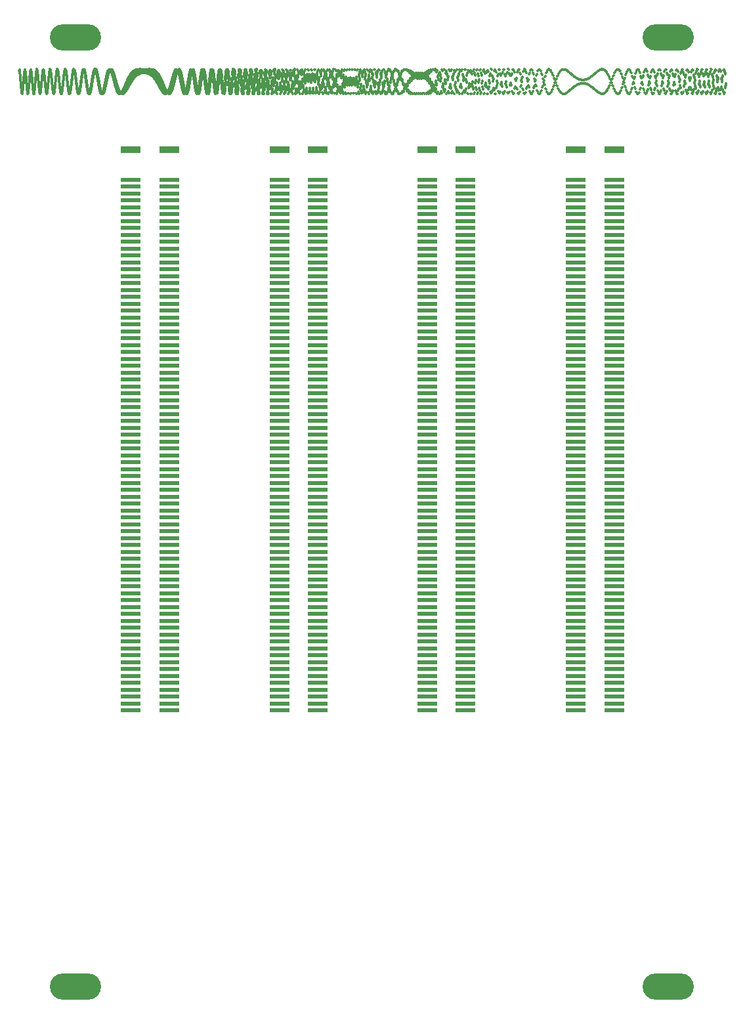
<source format=gts>
G04 Layer: TopSolderMaskLayer*
G04 EasyEDA v6.5.29, 2023-07-18 10:35:04*
G04 3d4cdd4c9cf84954a9378beb5d92b1fd,5a6b42c53f6a479593ecc07194224c93,10*
G04 Gerber Generator version 0.2*
G04 Scale: 100 percent, Rotated: No, Reflected: No *
G04 Dimensions in millimeters *
G04 leading zeros omitted , absolute positions ,4 integer and 5 decimal *
%FSLAX45Y45*%
%MOMM*%

%ADD10C,0.3556*%
%ADD11O,6.6032126X3.4031936000000003*%

%LPD*%
D10*
X6468529Y12115137D02*
G01*
X6477000Y12096328D01*
X254000Y12084850D02*
G01*
X262470Y11935414D01*
X1447800Y11979666D02*
G01*
X1456270Y12112396D01*
X9118600Y11922645D02*
G01*
X9127070Y11975528D01*
X9110129Y12135736D02*
G01*
X9118600Y12098053D01*
X9101670Y11843214D02*
G01*
X9110129Y11857111D01*
X9093200Y12147128D02*
G01*
X9101670Y12159978D01*
X9084729Y11902094D02*
G01*
X9093200Y11865744D01*
X9076270Y12031954D02*
G01*
X9084729Y12083211D01*
X9067800Y12046811D02*
G01*
X9076270Y11992513D01*
X9059329Y11890890D02*
G01*
X9067800Y11935848D01*
X9050870Y12152205D02*
G01*
X9059329Y12126650D01*
X9042400Y11844764D02*
G01*
X9050870Y11845373D01*
X9033929Y12129076D02*
G01*
X9042400Y12153272D01*
X9025470Y11931512D02*
G01*
X9033929Y11888198D01*
X9017000Y11998467D02*
G01*
X9025470Y12051078D01*
X9008529Y12076706D02*
G01*
X9017000Y12026546D01*
X9000070Y11870834D02*
G01*
X9008529Y11907553D01*
X8991600Y12158873D02*
G01*
X9000070Y12143475D01*
X8983129Y11851784D02*
G01*
X8991600Y11842755D01*
X8974670Y12111123D02*
G01*
X8983129Y12142335D01*
X8966200Y11955513D02*
G01*
X8974670Y11909107D01*
X8957729Y11974141D02*
G01*
X8966200Y12025609D01*
X8949270Y12096186D02*
G01*
X8957729Y12050674D01*
X8940800Y11859760D02*
G01*
X8949270Y11889729D01*
X8932329Y12160250D02*
G01*
X8940800Y12151946D01*
X8923870Y11859115D02*
G01*
X8932329Y11844276D01*
X8915400Y12097834D02*
G01*
X8923870Y12132437D01*
X8906929Y11971088D02*
G01*
X8915400Y11924146D01*
X8898470Y11959884D02*
G01*
X8906929Y12009338D01*
X8890000Y12106399D02*
G01*
X8898470Y12064608D01*
X8881529Y11854891D02*
G01*
X8890000Y11880601D01*
X8873070Y12159965D02*
G01*
X8881529Y12155332D01*
X8864600Y11863171D02*
G01*
X8873070Y11846054D01*
X8856129Y12092038D02*
G01*
X8864600Y12127179D01*
X8847670Y11976651D02*
G01*
X8856129Y11930694D01*
X8839200Y11955934D02*
G01*
X8847670Y12003465D01*
X8830729Y12108309D02*
G01*
X8839200Y12068553D01*
X8822270Y11854512D02*
G01*
X8830729Y11878835D01*
X8813800Y12159995D02*
G01*
X8822270Y12155617D01*
X8805329Y11862117D02*
G01*
X8813800Y11845975D01*
X8796870Y12095111D02*
G01*
X8805329Y12128400D01*
X8788400Y11971342D02*
G01*
X8796870Y11927469D01*
X8779929Y11962698D02*
G01*
X8788400Y12008718D01*
X8771470Y12101741D02*
G01*
X8779929Y12062233D01*
X8763000Y11858718D02*
G01*
X8771470Y11884441D01*
X8754529Y12160219D02*
G01*
X8763000Y12152845D01*
X8746070Y11856095D02*
G01*
X8754529Y11844027D01*
X8737600Y12107062D02*
G01*
X8746070Y12136089D01*
X8729129Y11954786D02*
G01*
X8737600Y11914299D01*
X8720670Y11981154D02*
G01*
X8729129Y12025647D01*
X8712200Y12085035D02*
G01*
X8720670Y12044530D01*
X8703729Y11869823D02*
G01*
X8712200Y11899216D01*
X8695270Y12157956D02*
G01*
X8703729Y12144672D01*
X8686800Y11847705D02*
G01*
X8695270Y11842800D01*
X8678329Y12125970D02*
G01*
X8686800Y12147941D01*
X8669870Y11927669D02*
G01*
X8678329Y11892668D01*
X8661400Y12012277D02*
G01*
X8669870Y12054128D01*
X8652929Y12055368D02*
G01*
X8661400Y12013839D01*
X8644470Y11892285D02*
G01*
X8652929Y11926526D01*
X8636000Y12147636D02*
G01*
X8644470Y12126267D01*
X8627529Y11842755D02*
G01*
X8636000Y11847921D01*
X8619070Y12146775D02*
G01*
X8627529Y12158395D01*
X8610600Y11893265D02*
G01*
X8619070Y11867014D01*
X8602129Y12055393D02*
G01*
X8610600Y12091807D01*
X8593670Y12010341D02*
G01*
X8602129Y11969737D01*
X8585200Y11931581D02*
G01*
X8593670Y11969879D01*
X8576729Y12121250D02*
G01*
X8585200Y12091230D01*
X8568270Y11850781D02*
G01*
X8576729Y11867995D01*
X8559800Y12159797D02*
G01*
X8568270Y12157819D01*
X8551329Y11859877D02*
G01*
X8559800Y11846562D01*
X8542870Y12105058D02*
G01*
X8551329Y12131377D01*
X8534400Y11951388D02*
G01*
X8542870Y11916227D01*
X8525929Y11990951D02*
G01*
X8534400Y12029567D01*
X8517470Y12070885D02*
G01*
X8525929Y12034545D01*
X8509000Y11883684D02*
G01*
X8517470Y11912483D01*
X8500529Y12150488D02*
G01*
X8509000Y12133249D01*
X8492070Y11842810D02*
G01*
X8500529Y11846234D01*
X8483600Y12147339D02*
G01*
X8492070Y12157961D01*
X8475129Y11888911D02*
G01*
X8483600Y11865985D01*
X8466670Y12065347D02*
G01*
X8475129Y12097171D01*
X8458200Y11994934D02*
G01*
X8466670Y11958749D01*
X8449729Y11950171D02*
G01*
X8458200Y11985724D01*
X8441270Y12103508D02*
G01*
X8449729Y12073371D01*
X8432800Y11862661D02*
G01*
X8441270Y11883491D01*
X8424329Y12158662D02*
G01*
X8432800Y12149714D01*
X8415870Y11846613D02*
G01*
X8424329Y11842750D01*
X8407400Y12134131D02*
G01*
X8415870Y12150054D01*
X8398929Y11907944D02*
G01*
X8407400Y11882213D01*
X8390470Y12044387D02*
G01*
X8398929Y12076473D01*
X8382000Y12014360D02*
G01*
X8390470Y11980044D01*
X8373529Y11934786D02*
G01*
X8382000Y11967065D01*
X8365070Y12113623D02*
G01*
X8373529Y12087280D01*
X8356600Y11857738D02*
G01*
X8365070Y11875101D01*
X8348129Y12159587D02*
G01*
X8356600Y12153074D01*
X8339670Y11847791D02*
G01*
X8348129Y11842904D01*
X8331200Y12132970D02*
G01*
X8339670Y12148449D01*
X8322729Y11907243D02*
G01*
X8331200Y11883186D01*
X8314270Y12048058D02*
G01*
X8322729Y12077793D01*
X8305800Y12007565D02*
G01*
X8314270Y11975609D01*
X8297329Y11943803D02*
G01*
X8305800Y11974395D01*
X8288870Y12104204D02*
G01*
X8297329Y12078276D01*
X8280400Y11865155D02*
G01*
X8288870Y11883720D01*
X8271929Y12156747D02*
G01*
X8280400Y12147344D01*
X8263470Y11843791D02*
G01*
X8271929Y11843245D01*
X8255000Y12145299D02*
G01*
X8263470Y12155500D01*
X8246529Y11886232D02*
G01*
X8255000Y11867642D01*
X8238070Y12076795D02*
G01*
X8246529Y12101705D01*
X8229600Y11973402D02*
G01*
X8238070Y11944802D01*
X8221129Y11979963D02*
G01*
X8229600Y12009363D01*
X8212670Y12070245D02*
G01*
X8221129Y12042899D01*
X8204200Y11892434D02*
G01*
X8212670Y11915167D01*
X8195729Y12140344D02*
G01*
X8204200Y12124245D01*
X8187270Y11845955D02*
G01*
X8195729Y11854091D01*
X8178800Y12159432D02*
G01*
X8187270Y12159790D01*
X8170329Y11855394D02*
G01*
X8178800Y11846786D01*
X8161870Y12122924D02*
G01*
X8170329Y12138812D01*
X8153400Y11915155D02*
G01*
X8161870Y11893562D01*
X8144929Y12045627D02*
G01*
X8153400Y12070915D01*
X8136470Y12002988D02*
G01*
X8144929Y11976229D01*
X8128000Y11954873D02*
G01*
X8136470Y11980837D01*
X8119529Y12089091D02*
G01*
X8128000Y12066015D01*
X8111070Y11880316D02*
G01*
X8119529Y11898729D01*
X8102600Y12146409D02*
G01*
X8111070Y12133994D01*
X8094129Y11844337D02*
G01*
X8102600Y11849955D01*
X8085670Y12158799D02*
G01*
X8094129Y12160206D01*
X8077200Y11855889D02*
G01*
X8085670Y11847766D01*
X8068729Y12124766D02*
G01*
X8077200Y12138817D01*
X8060270Y11909318D02*
G01*
X8068729Y11890535D01*
X8051800Y12056300D02*
G01*
X8060270Y12078337D01*
X8043329Y11987578D02*
G01*
X8051800Y11963928D01*
X8034870Y11973961D02*
G01*
X8043329Y11997550D01*
X8026400Y12068268D02*
G01*
X8034870Y12046315D01*
X8017929Y11900291D02*
G01*
X8026400Y11919191D01*
X8009470Y12130260D02*
G01*
X8017929Y12115538D01*
X8001000Y11853638D02*
G01*
X8009470Y11863382D01*
X7992529Y12159053D02*
G01*
X8001000Y12154743D01*
X7984070Y11843971D02*
G01*
X7992529Y11842767D01*
X7975600Y12149571D02*
G01*
X7984070Y12156033D01*
X7967129Y11871467D02*
G01*
X7975600Y11860298D01*
X7958670Y12106214D02*
G01*
X7967129Y12121281D01*
X7950200Y11927725D02*
G01*
X7958670Y11909734D01*
X7941729Y12040615D02*
G01*
X7950200Y12060430D01*
X7933270Y11998772D02*
G01*
X7941729Y11978264D01*
X7924800Y11968093D02*
G01*
X7933270Y11988185D01*
X7916329Y12068919D02*
G01*
X7924800Y12050260D01*
X7907870Y11903849D02*
G01*
X7916329Y11920176D01*
X7899400Y12124245D02*
G01*
X7907870Y12110956D01*
X7890929Y11859834D02*
G01*
X7899400Y11869557D01*
X7882470Y12155233D02*
G01*
X7890929Y12149399D01*
X7874000Y11842866D02*
G01*
X7882470Y11844703D01*
X7865529Y12157905D02*
G01*
X7874000Y12160008D01*
X7857070Y11854073D02*
G01*
X7865529Y11848299D01*
X7848600Y12133821D02*
G01*
X7857070Y12142881D01*
X7840129Y11889536D02*
G01*
X7848600Y11877713D01*
X7831670Y12088873D02*
G01*
X7840129Y12102876D01*
X7823200Y11941789D02*
G01*
X7831670Y11926255D01*
X7814729Y12031657D02*
G01*
X7823200Y12048058D01*
X7806270Y12001606D02*
G01*
X7814729Y11984987D01*
X7797800Y11971566D02*
G01*
X7806270Y11987794D01*
X7789329Y12059785D02*
G01*
X7797800Y12044512D01*
X7780870Y11917250D02*
G01*
X7789329Y11931091D01*
X7772400Y12108555D02*
G01*
X7780870Y12096544D01*
X7763929Y11875386D02*
G01*
X7772400Y11885272D01*
X7755470Y12142482D02*
G01*
X7763929Y12134936D01*
X7747000Y11850093D02*
G01*
X7755470Y11855195D01*
X7738529Y12158786D02*
G01*
X7747000Y12156163D01*
X7730070Y11842823D02*
G01*
X7738529Y11843029D01*
X7721600Y12157247D02*
G01*
X7730070Y12159350D01*
X7713129Y11852691D02*
G01*
X7721600Y11848467D01*
X7704670Y12139742D02*
G01*
X7713129Y12145868D01*
X7696200Y11876986D02*
G01*
X7704670Y11869221D01*
X7687729Y12109617D02*
G01*
X7696200Y12118738D01*
X7679270Y11911906D02*
G01*
X7687729Y11901716D01*
X7670800Y12070984D02*
G01*
X7679270Y12081941D01*
X7662329Y11953173D02*
G01*
X7670800Y11941733D01*
X7653870Y12028121D02*
G01*
X7662329Y12039780D01*
X7645400Y11996638D02*
G01*
X7653870Y11985023D01*
X7636929Y11984967D02*
G01*
X7645400Y11996315D01*
X7628470Y12038670D02*
G01*
X7636929Y12027786D01*
X7620000Y11944771D02*
G01*
X7628470Y11955028D01*
X7611529Y12076429D02*
G01*
X7620000Y12066935D01*
X7603070Y11909953D02*
G01*
X7611529Y11918571D01*
X7594600Y12107936D02*
G01*
X7603070Y12100265D01*
X7586129Y11882020D02*
G01*
X7594600Y11888693D01*
X7577670Y12132109D02*
G01*
X7586129Y12126460D01*
X7569200Y11861688D02*
G01*
X7577670Y11866313D01*
X7560729Y12148609D02*
G01*
X7569200Y12144994D01*
X7552270Y11848939D02*
G01*
X7560729Y11851586D01*
X7543800Y12157737D02*
G01*
X7552270Y12156015D01*
X7535329Y11843245D02*
G01*
X7543800Y11844101D01*
X7526870Y12160224D02*
G01*
X7535329Y12160163D01*
X7518400Y11843705D02*
G01*
X7526870Y11843047D01*
X7509929Y12157092D02*
G01*
X7518400Y12158395D01*
X7501470Y11849224D02*
G01*
X7509929Y11847357D01*
X7493000Y12149498D02*
G01*
X7501470Y12151847D01*
X7484529Y11858612D02*
G01*
X7493000Y11855846D01*
X7476070Y12138606D02*
G01*
X7484529Y12141708D01*
X7467600Y11870710D02*
G01*
X7476070Y11867354D01*
X7459129Y12125548D02*
G01*
X7467600Y12129101D01*
X7450670Y11884477D02*
G01*
X7459129Y11880789D01*
X7442200Y12111316D02*
G01*
X7450670Y12115081D01*
X7433729Y11898975D02*
G01*
X7442200Y11895180D01*
X7425270Y12096750D02*
G01*
X7433729Y12100519D01*
X7416800Y11913438D02*
G01*
X7425270Y11909722D01*
X7408329Y12082543D02*
G01*
X7416800Y12086158D01*
X7399870Y11927253D02*
G01*
X7408329Y11923763D01*
X7391400Y12069229D02*
G01*
X7399870Y12072571D01*
X7382929Y11939953D02*
G01*
X7391400Y11936790D01*
X7374470Y12057222D02*
G01*
X7382929Y12060194D01*
X7366000Y11951195D02*
G01*
X7374470Y11948436D01*
X7357529Y12046805D02*
G01*
X7366000Y12049348D01*
X7349070Y11960733D02*
G01*
X7357529Y11958426D01*
X7340600Y12038185D02*
G01*
X7349070Y12040250D01*
X7332129Y11968411D02*
G01*
X7340600Y11966592D01*
X7323670Y12031482D02*
G01*
X7332129Y12033051D01*
X7315200Y11974121D02*
G01*
X7323670Y11972808D01*
X7306729Y12026783D02*
G01*
X7315200Y12027837D01*
X7298270Y11977799D02*
G01*
X7306729Y11977004D01*
X7289800Y12024133D02*
G01*
X7298270Y12024667D01*
X7281329Y11979412D02*
G01*
X7289800Y11979137D01*
X7272870Y12023564D02*
G01*
X7281329Y12023575D01*
X7264400Y11978934D02*
G01*
X7272870Y11979188D01*
X7255929Y12025088D02*
G01*
X7264400Y12024580D01*
X7247470Y11976361D02*
G01*
X7255929Y11977128D01*
X7239000Y12028711D02*
G01*
X7247470Y12027682D01*
X7230529Y11971690D02*
G01*
X7239000Y11972980D01*
X7222070Y12034415D02*
G01*
X7230529Y12032871D01*
X7213600Y11964962D02*
G01*
X7222070Y11966755D01*
X7205129Y12042155D02*
G01*
X7213600Y12040120D01*
X7196670Y11956237D02*
G01*
X7205129Y11958513D01*
X7188200Y12051847D02*
G01*
X7196670Y12049340D01*
X7179729Y11945620D02*
G01*
X7188200Y11948337D01*
X7171270Y12063338D02*
G01*
X7179729Y12060417D01*
X7162800Y11933306D02*
G01*
X7171270Y11936417D01*
X7154329Y12076391D02*
G01*
X7162800Y12073117D01*
X7145870Y11919600D02*
G01*
X7154329Y11923019D01*
X7137400Y12090648D02*
G01*
X7145870Y12087125D01*
X7128929Y11904929D02*
G01*
X7137400Y11908525D01*
X7120470Y12105591D02*
G01*
X7128929Y12101959D01*
X7112000Y11889884D02*
G01*
X7120470Y11893499D01*
X7103529Y12120549D02*
G01*
X7112000Y12116991D01*
X7095070Y11875244D02*
G01*
X7103529Y11878680D01*
X7086600Y12134626D02*
G01*
X7095070Y12131377D01*
X7078129Y11861985D02*
G01*
X7086600Y11864987D01*
X7069670Y12146762D02*
G01*
X7078129Y12144095D01*
X7061200Y11851289D02*
G01*
X7069670Y11853552D01*
X7052729Y12155698D02*
G01*
X7061200Y12153917D01*
X7044270Y11844467D02*
G01*
X7052729Y11845670D01*
X7035800Y12160044D02*
G01*
X7044270Y12159493D01*
X7027329Y11842943D02*
G01*
X7035800Y11842750D01*
X7018870Y12158400D02*
G01*
X7027329Y12159411D01*
X7010400Y11848076D02*
G01*
X7018870Y11846179D01*
X7001929Y12149472D02*
G01*
X7010400Y12152325D01*
X6993470Y11861050D02*
G01*
X7001929Y11857197D01*
X6985000Y12132269D02*
G01*
X6993470Y12137151D01*
X6976529Y11882610D02*
G01*
X6985000Y11876689D01*
X6968070Y12106318D02*
G01*
X6976529Y12113270D01*
X6959600Y11912866D02*
G01*
X6968070Y11904929D01*
X6951129Y12071964D02*
G01*
X6959600Y12080806D01*
X6942670Y11950992D02*
G01*
X6951129Y11941342D01*
X6934200Y12030547D02*
G01*
X6942670Y12040859D01*
X6925729Y11995063D02*
G01*
X6934200Y11984266D01*
X6917270Y11984614D02*
G01*
X6925729Y11995678D01*
X6908800Y12041906D02*
G01*
X6917270Y12030831D01*
X6900329Y11937944D02*
G01*
X6908800Y11948759D01*
X6891870Y12087174D02*
G01*
X6900329Y12076943D01*
X6883400Y11895404D02*
G01*
X6891870Y11904736D01*
X6874929Y12125617D02*
G01*
X6883400Y12117504D01*
X6866470Y11862475D02*
G01*
X6874929Y11869036D01*
X6858000Y12151641D02*
G01*
X6866470Y12146948D01*
X6849529Y11844629D02*
G01*
X6858000Y11847189D01*
X6841070Y12160194D02*
G01*
X6849529Y12159983D01*
X6832600Y11846265D02*
G01*
X6841070Y11843976D01*
X6824129Y12147786D02*
G01*
X6832600Y12152647D01*
X6815670Y11869656D02*
G01*
X6824129Y11862259D01*
X6807200Y12113640D02*
G01*
X6815670Y12123440D01*
X6798729Y11913834D02*
G01*
X6807200Y11901909D01*
X6790270Y12060654D02*
G01*
X6798729Y12074331D01*
X6781800Y11973880D02*
G01*
X6790270Y11958960D01*
X6773329Y11995795D02*
G01*
X6781800Y12011360D01*
X6764870Y12040859D02*
G01*
X6773329Y12025350D01*
X6756400Y11929752D02*
G01*
X6764870Y11944456D01*
X6747929Y12102703D02*
G01*
X6756400Y12089582D01*
X6739470Y11875455D02*
G01*
X6747929Y11886232D01*
X6731000Y12146224D02*
G01*
X6739470Y12138477D01*
X6722529Y11845602D02*
G01*
X6731000Y11849737D01*
X6714070Y12160069D02*
G01*
X6722529Y12159945D01*
X6705600Y11849354D02*
G01*
X6714070Y11845262D01*
X6697129Y12138080D02*
G01*
X6705600Y12146333D01*
X6688670Y11889104D02*
G01*
X6697129Y11877017D01*
X6680200Y12082233D02*
G01*
X6688670Y12097550D01*
X6671729Y11958172D02*
G01*
X6680200Y11940491D01*
X6663270Y12003956D02*
G01*
X6671729Y12022881D01*
X6654800Y12040679D02*
G01*
X6663270Y12021784D01*
X6646329Y11922869D02*
G01*
X6654800Y11940374D01*
X6637870Y12114372D02*
G01*
X6646329Y12099620D01*
X6629400Y11862432D02*
G01*
X6637870Y11873179D01*
X6620929Y12156330D02*
G01*
X6629400Y12150600D01*
X6612470Y11843054D02*
G01*
X6620929Y11843115D01*
X6604000Y12150600D02*
G01*
X6612470Y12156447D01*
X6595529Y11874444D02*
G01*
X6604000Y11862953D01*
X6587070Y12095213D02*
G01*
X6595529Y12111553D01*
X6578600Y11949899D02*
G01*
X6587070Y11930001D01*
X6570129Y12005729D02*
G01*
X6578600Y12027494D01*
X6561670Y12045632D02*
G01*
X6570129Y12024004D01*
X6553200Y11912638D02*
G01*
X6561670Y11932020D01*
X6544729Y12126882D02*
G01*
X6553200Y12111751D01*
X6536270Y11851835D02*
G01*
X6544729Y11861004D01*
X6527800Y12160232D02*
G01*
X6536270Y12158184D01*
X6519329Y11850463D02*
G01*
X6527800Y11844914D01*
X6510870Y12128314D02*
G01*
X6519329Y12141113D01*
X6502400Y11913331D02*
G01*
X6510870Y11894479D01*
X6493929Y12040504D02*
G01*
X6502400Y12063455D01*
X6485470Y12016773D02*
G01*
X6493929Y11992310D01*
X6477000Y11933156D02*
G01*
X6485470Y11956244D01*
X6460070Y11856298D02*
G01*
X6468529Y11868317D01*
X6451600Y12160008D02*
G01*
X6460070Y12156554D01*
X6443129Y11850303D02*
G01*
X6451600Y11844467D01*
X6434670Y12125058D02*
G01*
X6443129Y12139686D01*
X6426200Y11922787D02*
G01*
X6434670Y11901109D01*
X6417729Y12023885D02*
G01*
X6426200Y12049770D01*
X6409270Y12039229D02*
G01*
X6417729Y12012736D01*
X6400800Y11908556D02*
G01*
X6409270Y11931774D01*
X6392329Y12136368D02*
G01*
X6400800Y12120003D01*
X6383870Y11844827D02*
G01*
X6392329Y11851617D01*
X6375400Y12155848D02*
G01*
X6383870Y12159957D01*
X6366929Y11873997D02*
G01*
X6375400Y11859313D01*
X6358470Y12081253D02*
G01*
X6366929Y12104408D01*
X6350000Y11983138D02*
G01*
X6358470Y11955114D01*
X6341529Y11954786D02*
G01*
X6350000Y11983057D01*
X6333070Y12105866D02*
G01*
X6341529Y12082238D01*
X6324600Y11857230D02*
G01*
X6333070Y11871926D01*
X6316129Y12160250D02*
G01*
X6324600Y12157379D01*
X6307670Y11857067D02*
G01*
X6316129Y11847271D01*
X6299200Y12104644D02*
G01*
X6307670Y12125622D01*
X6290729Y11959536D02*
G01*
X6299200Y11931086D01*
X6282270Y11973638D02*
G01*
X6290729Y12004240D01*
X6273800Y12094331D02*
G01*
X6282270Y12067573D01*
X6265329Y11861713D02*
G01*
X6273800Y11879138D01*
X6256870Y12160138D02*
G01*
X6265329Y12155858D01*
X6248400Y11856788D02*
G01*
X6256870Y11846699D01*
X6239929Y12101563D02*
G01*
X6248400Y12124240D01*
X6231470Y11968007D02*
G01*
X6239929Y11937337D01*
X6223000Y11960529D02*
G01*
X6231470Y11992632D01*
X6214529Y12108413D02*
G01*
X6223000Y12082053D01*
X6206070Y11852361D02*
G01*
X6214529Y11866834D01*
X6197600Y12158769D02*
G01*
X6206070Y12159823D01*
X6189129Y11872986D02*
G01*
X6197600Y11856280D01*
X6180670Y12070308D02*
G01*
X6189129Y12099030D01*
X6172200Y12009592D02*
G01*
X6180670Y11975597D01*
X6163729Y11917895D02*
G01*
X6172200Y11948845D01*
X6155270Y12140184D02*
G01*
X6163729Y12120178D01*
X6146800Y11842750D02*
G01*
X6155270Y11846433D01*
X6138329Y12139221D02*
G01*
X6146800Y12153198D01*
X6129870Y11921337D02*
G01*
X6138329Y11893016D01*
X6121400Y12002157D02*
G01*
X6129870Y12037504D01*
X6112929Y12081129D02*
G01*
X6121400Y12048281D01*
X6104470Y11863064D02*
G01*
X6112929Y11884197D01*
X6096000Y12160194D02*
G01*
X6104470Y12157001D01*
X6087529Y11867796D02*
G01*
X6096000Y11851746D01*
X6079070Y12071182D02*
G01*
X6087529Y12102205D01*
X6070600Y12016867D02*
G01*
X6079070Y11979747D01*
X6062129Y11905089D02*
G01*
X6070600Y11937255D01*
X6053670Y12150186D02*
G01*
X6062129Y12132909D01*
X6045200Y11846123D02*
G01*
X6053670Y11842836D01*
X6036729Y12114875D02*
G01*
X6045200Y12138111D01*
X6028270Y11966519D02*
G01*
X6036729Y11930359D01*
X6019800Y11946247D02*
G01*
X6028270Y11983857D01*
X6011329Y12129472D02*
G01*
X6019800Y12102777D01*
X6002870Y11842922D02*
G01*
X6011329Y11849564D01*
X5994400Y12137318D02*
G01*
X6002870Y12153379D01*
X5985929Y11935142D02*
G01*
X5994400Y11901457D01*
X5977470Y11974865D02*
G01*
X5985929Y12014758D01*
X5969000Y12112327D02*
G01*
X5977470Y12080242D01*
X5960529Y11845589D02*
G01*
X5969000Y11858190D01*
X5952070Y12146211D02*
G01*
X5960529Y12158047D01*
X5943600Y11921319D02*
G01*
X5952070Y11888942D01*
X5935129Y11986821D02*
G01*
X5943600Y12027992D01*
X5926670Y12106064D02*
G01*
X5935129Y12071586D01*
X5918200Y11846600D02*
G01*
X5926670Y11860999D01*
X5909729Y12146793D02*
G01*
X5918200Y12158477D01*
X5901270Y11923148D02*
G01*
X5909729Y11889531D01*
X5892800Y11981197D02*
G01*
X5901270Y12023656D01*
X5884329Y12112823D02*
G01*
X5892800Y12078624D01*
X5875870Y11844307D02*
G01*
X5884329Y11856013D01*
X5867400Y12139444D02*
G01*
X5875870Y12155525D01*
X5858929Y11941045D02*
G01*
X5867400Y11903496D01*
X5850470Y11958203D02*
G01*
X5858929Y12001505D01*
X5842000Y12130415D02*
G01*
X5850470Y12100062D01*
X5833529Y11842973D02*
G01*
X5842000Y11846806D01*
X5825070Y12119434D02*
G01*
X5833529Y12144281D01*
X5816600Y11977415D02*
G01*
X5825070Y11934601D01*
X5808129Y11920253D02*
G01*
X5816600Y11961761D01*
X5799670Y12151197D02*
G01*
X5808129Y12130217D01*
X5791200Y11852889D02*
G01*
X5799670Y11843158D01*
X5782729Y12078754D02*
G01*
X5791200Y12115081D01*
X5774270Y12032978D02*
G01*
X5782729Y11987062D01*
X5765800Y11875975D02*
G01*
X5774270Y11909300D01*
X5757329Y12159983D02*
G01*
X5765800Y12155858D01*
X5748870Y11888607D02*
G01*
X5757329Y11860999D01*
X5740400Y12011812D02*
G01*
X5748870Y12057725D01*
X5731929Y12099546D02*
G01*
X5740400Y12058469D01*
X5723470Y11845030D02*
G01*
X5731929Y11859963D01*
X5715000Y12135142D02*
G01*
X5723470Y12154570D01*
X5706529Y11961274D02*
G01*
X5715000Y11917225D01*
X5698070Y11926379D02*
G01*
X5706529Y11971845D01*
X5689600Y12151984D02*
G01*
X5698070Y12129703D01*
X5681129Y11857476D02*
G01*
X5689600Y11844009D01*
X5672670Y12059450D02*
G01*
X5681129Y12101741D01*
X5664200Y12062426D02*
G01*
X5672670Y12014596D01*
X5655729Y11855566D02*
G01*
X5664200Y11881899D01*
X5647270Y12149378D02*
G01*
X5655729Y12159983D01*
X5638800Y11937187D02*
G01*
X5647270Y11895261D01*
X5630329Y11944233D02*
G01*
X5638800Y11993346D01*
X5621870Y12147034D02*
G01*
X5630329Y12119775D01*
X5613400Y11854340D02*
G01*
X5621870Y11843072D01*
X5604929Y12061291D02*
G01*
X5613400Y12104804D01*
X5596470Y12066036D02*
G01*
X5604929Y12016506D01*
X5588000Y11851982D02*
G01*
X5596470Y11876900D01*
X5579529Y12142937D02*
G01*
X5588000Y12158601D01*
X5571070Y11957540D02*
G01*
X5579529Y11910651D01*
X5562600Y11919483D02*
G01*
X5571070Y11967994D01*
X5554129Y12157092D02*
G01*
X5562600Y12138347D01*
X5545670Y11873527D02*
G01*
X5554129Y11849831D01*
X5537200Y12017349D02*
G01*
X5545670Y12068398D01*
X5528729Y12108804D02*
G01*
X5537200Y12064156D01*
X5520270Y11842780D02*
G01*
X5528729Y11850794D01*
X5511800Y12103844D02*
G01*
X5520270Y12138433D01*
X5503329Y12026130D02*
G01*
X5511800Y11972223D01*
X5494870Y11866481D02*
G01*
X5503329Y11902412D01*
X5486400Y12152584D02*
G01*
X5494870Y12160163D01*
X5477929Y11941403D02*
G01*
X5486400Y11895137D01*
X5469470Y11927197D02*
G01*
X5477929Y11979412D01*
X5461000Y12156968D02*
G01*
X5469470Y12136610D01*
X5444070Y12001505D02*
G01*
X5452529Y12056275D01*
X5435600Y12125281D02*
G01*
X5444070Y12083188D01*
X5427129Y11846664D02*
G01*
X5435600Y11844144D01*
X5418670Y12069757D02*
G01*
X5427129Y12115528D01*
X5410200Y12072566D02*
G01*
X5418670Y12018248D01*
X5401729Y11845709D02*
G01*
X5410200Y11866438D01*
X5393270Y12120338D02*
G01*
X5401729Y12149886D01*
X5384800Y12013704D02*
G01*
X5393270Y11956689D01*
X5376329Y11867517D02*
G01*
X5384800Y11906697D01*
X5367870Y12149714D02*
G01*
X5376329Y12160250D01*
X5359400Y11959579D02*
G01*
X5367870Y11907334D01*
X5350929Y11902318D02*
G01*
X5359400Y11953750D01*
X5342470Y12160044D02*
G01*
X5350929Y12152195D01*
X5334000Y11916067D02*
G01*
X5342470Y11873240D01*
X5325529Y11941411D02*
G01*
X5334000Y11999236D01*
X5317070Y12156381D02*
G01*
X5325529Y12132810D01*
X5308600Y11884781D02*
G01*
X5317070Y11853367D01*
X5300129Y11978581D02*
G01*
X5308600Y12038266D01*
X5291670Y12144430D02*
G01*
X5300129Y12108601D01*
X5283200Y11864558D02*
G01*
X5291670Y11844505D01*
X5274729Y12010237D02*
G01*
X5283200Y12068868D01*
X5266270Y12129244D02*
G01*
X5274729Y12084527D01*
X5257800Y11852894D02*
G01*
X5266270Y11842805D01*
X5249329Y12034824D02*
G01*
X5257800Y12091045D01*
X5240870Y12114629D02*
G01*
X5249329Y12063884D01*
X5232400Y11847004D02*
G01*
X5240870Y11844746D01*
X5223929Y12052094D02*
G01*
X5232400Y12105792D01*
X5215470Y12103155D02*
G01*
X5223929Y12048561D01*
X5207000Y11844492D02*
G01*
X5215470Y11847573D01*
X5198529Y12062371D02*
G01*
X5207000Y12114324D01*
X5190070Y12096353D02*
G01*
X5198529Y12039518D01*
X5181600Y11843679D02*
G01*
X5190070Y11849460D01*
X5173129Y12066066D02*
G01*
X5181600Y12117616D01*
X5164670Y12094982D02*
G01*
X5173129Y12037156D01*
X5156200Y11843748D02*
G01*
X5164670Y11849491D01*
X5147729Y12063361D02*
G01*
X5156200Y12116092D01*
X5139270Y12099193D02*
G01*
X5147729Y12041571D01*
X5130800Y11844784D02*
G01*
X5139270Y11847649D01*
X5122329Y12054098D02*
G01*
X5130800Y12109531D01*
X5113870Y12108555D02*
G01*
X5122329Y12052622D01*
X5105400Y11847766D02*
G01*
X5113870Y11844820D01*
X5096929Y12037857D02*
G01*
X5105400Y12097115D01*
X5088470Y12121956D02*
G01*
X5096929Y12069787D01*
X5080000Y11854555D02*
G01*
X5088470Y11842818D01*
X5071529Y12014225D02*
G01*
X5080000Y12077618D01*
X5063070Y12137354D02*
G01*
X5071529Y12091880D01*
X5054600Y11867715D02*
G01*
X5063070Y11844431D01*
X5046129Y11983305D02*
G01*
X5054600Y12049856D01*
X5037670Y12151481D02*
G01*
X5046129Y12116600D01*
X5029200Y11890120D02*
G01*
X5037670Y11853255D01*
X5020729Y11946420D02*
G01*
X5029200Y12013331D01*
X5012270Y12159747D02*
G01*
X5020729Y12140046D01*
X5003800Y11924202D02*
G01*
X5012270Y11873260D01*
X4995329Y11906920D02*
G01*
X5003800Y11969211D01*
X4986870Y12156455D02*
G01*
X4995329Y12156567D01*
X4978400Y11970748D02*
G01*
X4986870Y11907799D01*
X4969929Y11870847D02*
G01*
X4978400Y11921418D01*
X4961470Y12135792D02*
G01*
X4969929Y12159046D01*
X4953000Y12027296D02*
G01*
X4961470Y11957979D01*
X4944529Y11846966D02*
G01*
X4953000Y11877408D01*
X4936070Y12093785D02*
G01*
X4944529Y12140313D01*
X4927600Y12086643D02*
G01*
X4936070Y12020610D01*
X4919129Y11845508D02*
G01*
X4927600Y11848089D01*
X4910670Y12031124D02*
G01*
X4919129Y12095800D01*
X4902200Y12136244D02*
G01*
X4910670Y12086338D01*
X4893729Y11875046D02*
G01*
X4902200Y11845851D01*
X4885270Y11956138D02*
G01*
X4893729Y12027265D01*
X4876800Y12159914D02*
G01*
X4885270Y12139345D01*
X4868329Y11937616D02*
G01*
X4876800Y11880166D01*
X4859870Y11886283D02*
G01*
X4868329Y11946333D01*
X4851400Y12142843D02*
G01*
X4859870Y12160237D01*
X4842929Y12023364D02*
G01*
X4851400Y11951251D01*
X4834470Y11845645D02*
G01*
X4842929Y11875411D01*
X4826000Y12079803D02*
G01*
X4834470Y12133249D01*
X4817529Y12108017D02*
G01*
X4826000Y12043971D01*
X4809070Y11856615D02*
G01*
X4817529Y11842910D01*
X4800600Y11983821D02*
G01*
X4809070Y12056833D01*
X4792129Y12157303D02*
G01*
X4800600Y12126719D01*
X4783670Y11926470D02*
G01*
X4792129Y11871195D01*
X4775200Y11889389D02*
G01*
X4783670Y11952759D01*
X4766729Y12141212D02*
G01*
X4775200Y12160211D01*
X4758270Y12034652D02*
G01*
X4766729Y11959983D01*
X4749800Y11843128D02*
G01*
X4758270Y11865780D01*
X4741329Y12054928D02*
G01*
X4749800Y12117697D01*
X4732870Y12131390D02*
G01*
X4741329Y12074649D01*
X4724400Y11879473D02*
G01*
X4732870Y11846346D01*
X4715929Y11934626D02*
G01*
X4724400Y12009028D01*
X4707470Y12157664D02*
G01*
X4715929Y12153013D01*
X4699000Y11990641D02*
G01*
X4707470Y11918025D01*
X4690529Y11850438D02*
G01*
X4699000Y11890809D01*
X4682070Y12084687D02*
G01*
X4690529Y12138378D01*
X4673600Y12113734D02*
G01*
X4682070Y12047761D01*
X4665129Y11866686D02*
G01*
X4673600Y11843085D01*
X4656670Y11949689D02*
G01*
X4665129Y12026793D01*
X4648200Y12159226D02*
G01*
X4656670Y12148908D01*
X4639729Y11985630D02*
G01*
X4648200Y11912450D01*
X4631270Y11850260D02*
G01*
X4639729Y11891540D01*
X4622800Y12079343D02*
G01*
X4631270Y12135998D01*
X4614329Y12121784D02*
G01*
X4622800Y12057428D01*
X4605870Y11876702D02*
G01*
X4614329Y11844909D01*
X4597400Y11928505D02*
G01*
X4605870Y12005431D01*
X4588929Y12153417D02*
G01*
X4597400Y12156777D01*
X4580470Y12019899D02*
G01*
X4588929Y11941243D01*
X4572000Y11843011D02*
G01*
X4580470Y11867337D01*
X4563529Y12036953D02*
G01*
X4572000Y12107788D01*
X4555070Y12148431D02*
G01*
X4563529Y12100420D01*
X4546600Y11919031D02*
G01*
X4555070Y11863207D01*
X4538129Y11879994D02*
G01*
X4546600Y11945726D01*
X4529670Y12120450D02*
G01*
X4538129Y12156770D01*
X4521200Y12088644D02*
G01*
X4529670Y12011906D01*
X4512729Y11858104D02*
G01*
X4521200Y11843176D01*
X4504270Y11952937D02*
G01*
X4512729Y12034199D01*
X4495800Y12157583D02*
G01*
X4504270Y12151357D01*
X4487329Y12011192D02*
G01*
X4495800Y11931004D01*
X4478870Y11843004D02*
G01*
X4487329Y11868609D01*
X4470400Y12028103D02*
G01*
X4478870Y12102845D01*
X4461929Y12154265D02*
G01*
X4470400Y12111997D01*
X4453470Y11942998D02*
G01*
X4461929Y11876725D01*
X4445000Y11860268D02*
G01*
X4453470Y11916072D01*
X4436529Y12086635D02*
G01*
X4445000Y12142670D01*
X4428070Y12127618D02*
G01*
X4436529Y12061416D01*
X4419600Y11895137D02*
G01*
X4428070Y11850029D01*
X4411129Y11892117D02*
G01*
X4419600Y11965899D01*
X4402670Y12124054D02*
G01*
X4411129Y12158383D01*
X4394200Y12094077D02*
G01*
X4402670Y12015111D01*
X4385729Y11867126D02*
G01*
X4394200Y11842793D01*
X4377270Y11924624D02*
G01*
X4385729Y12006907D01*
X4368800Y12144120D02*
G01*
X4377270Y12159660D01*
X4360329Y12064621D02*
G01*
X4368800Y11980379D01*
X4351870Y11853397D02*
G01*
X4360329Y11845185D01*
X4343400Y11949640D02*
G01*
X4351870Y12034961D01*
X4334929Y12153044D02*
G01*
X4343400Y12155543D01*
X4326470Y12044939D02*
G01*
X4334929Y11959033D01*
X4318000Y11847964D02*
G01*
X4326470Y11849483D01*
X4309529Y11963450D02*
G01*
X4318000Y12049732D01*
X4301070Y12155990D02*
G01*
X4309529Y12152195D01*
X4292600Y12037293D02*
G01*
X4301070Y11950644D01*
X4284129Y11846854D02*
G01*
X4292600Y11851165D01*
X4275670Y11964789D02*
G01*
X4284129Y12051883D01*
X4267200Y12155548D02*
G01*
X4275670Y12152505D01*
X4258729Y12042279D02*
G01*
X4267200Y11954700D01*
X4250270Y11848962D02*
G01*
X4258729Y11848919D01*
X4241800Y11953557D02*
G01*
X4250270Y12041548D01*
X4233329Y12151271D02*
G01*
X4241800Y12156244D01*
X4224870Y12059549D02*
G01*
X4233329Y11971479D01*
X4216400Y11856280D02*
G01*
X4224870Y11844535D01*
X4207929Y11930669D02*
G01*
X4216400Y12018114D01*
X4199470Y12139719D02*
G01*
X4207929Y12160013D01*
X4191000Y12087324D02*
G01*
X4199470Y12001672D01*
X4182529Y11873532D02*
G01*
X4191000Y11843054D01*
X4174070Y11899173D02*
G01*
X4182529Y11981289D01*
X4165600Y12115154D02*
G01*
X4174070Y12157130D01*
X4157129Y12120798D02*
G01*
X4165600Y12044573D01*
X4148670Y11906976D02*
G01*
X4157129Y11852709D01*
X4140200Y11866158D02*
G01*
X4148670Y11933516D01*
X4131729Y12071555D02*
G01*
X4140200Y12138136D01*
X4123270Y12150135D02*
G01*
X4131729Y12095137D01*
X4114800Y11961352D02*
G01*
X4123270Y11883496D01*
X4106329Y11844467D02*
G01*
X4114800Y11883306D01*
X4097870Y12006844D02*
G01*
X4106329Y12093575D01*
X4089400Y12159673D02*
G01*
X4097870Y12140717D01*
X4080929Y12034428D02*
G01*
X4089400Y11942792D01*
X4072470Y11851728D02*
G01*
X4080929Y11847728D01*
X4064000Y11929292D02*
G01*
X4072470Y12020227D01*
X4055529Y12131476D02*
G01*
X4064000Y12160219D01*
X4047070Y12110410D02*
G01*
X4055529Y12027253D01*
X4038600Y11903534D02*
G01*
X4047070Y11850377D01*
X4030129Y11862965D02*
G01*
X4038600Y11930341D01*
X4021670Y12055965D02*
G01*
X4030129Y12130384D01*
X4013200Y12157539D02*
G01*
X4021670Y12113963D01*
X4004729Y11999163D02*
G01*
X4013200Y11909971D01*
X3996270Y11844797D02*
G01*
X4004729Y11857893D01*
X3987800Y11948342D02*
G01*
X3996270Y12042470D01*
X3979329Y12138687D02*
G01*
X3987800Y12159785D01*
X3970870Y12105965D02*
G01*
X3979329Y12019414D01*
X3962400Y11904619D02*
G01*
X3970870Y11850215D01*
X3953929Y11858909D02*
G01*
X3962400Y11924289D01*
X3945470Y12040567D02*
G01*
X3953929Y12121573D01*
X3937000Y12160138D02*
G01*
X3945470Y12128129D01*
X3928529Y12029894D02*
G01*
X3937000Y11935040D01*
X3920070Y11855394D02*
G01*
X3928529Y11846278D01*
X3911600Y11908109D02*
G01*
X3920070Y11999186D01*
X3903129Y12104923D02*
G01*
X3911600Y12155487D01*
X3894670Y12142886D02*
G01*
X3903129Y12075053D01*
X3886200Y11965396D02*
G01*
X3894670Y11882475D01*
X3877729Y11842780D02*
G01*
X3886200Y11870585D01*
X3869270Y11958942D02*
G01*
X3877729Y12055866D01*
X3860800Y12138507D02*
G01*
X3869270Y12159566D01*
X3852329Y12114590D02*
G01*
X3860800Y12028251D01*
X3843870Y11924078D02*
G01*
X3852329Y11857639D01*
X3835400Y11847141D02*
G01*
X3843870Y11898157D01*
X3826929Y11994667D02*
G01*
X3835400Y12089079D01*
X3818470Y12151834D02*
G01*
X3826929Y12153082D01*
X3810000Y12093252D02*
G01*
X3818470Y11999310D01*
X3801529Y11904141D02*
G01*
X3810000Y11848901D01*
X3793070Y11852963D02*
G01*
X3801529Y11914832D01*
X3784600Y12010387D02*
G01*
X3793070Y12102541D01*
X3776129Y12155164D02*
G01*
X3784600Y12148845D01*
X3767670Y12087014D02*
G01*
X3776129Y11990771D01*
X3759200Y11901462D02*
G01*
X3767670Y11847736D01*
X3750729Y11852722D02*
G01*
X3759200Y11915117D01*
X3742270Y12005604D02*
G01*
X3750729Y12099602D01*
X3733800Y12152690D02*
G01*
X3742270Y12151593D01*
X3725329Y12097666D02*
G01*
X3733800Y12002747D01*
X3716870Y11915297D02*
G01*
X3725329Y11852516D01*
X3708400Y11846674D02*
G01*
X3716870Y11898919D01*
X3699929Y11980359D02*
G01*
X3708400Y12079429D01*
X3691470Y12141187D02*
G01*
X3699929Y12158395D01*
X3683000Y12121995D02*
G01*
X3691470Y12034992D01*
X3674529Y11948995D02*
G01*
X3683000Y11868993D01*
X3666070Y11842874D02*
G01*
X3674529Y11871548D01*
X3657600Y11936450D02*
G01*
X3666070Y12037819D01*
X3649129Y12111007D02*
G01*
X3657600Y12158339D01*
X3640670Y12149584D02*
G01*
X3649129Y12084011D01*
X3632200Y12006112D02*
G01*
X3640670Y11908259D01*
X3623729Y11857334D02*
G01*
X3632200Y11846793D01*
X3615270Y11883285D02*
G01*
X3623729Y11972975D01*
X3606800Y12051073D02*
G01*
X3615270Y12133176D01*
X3598329Y12159444D02*
G01*
X3606800Y12135916D01*
X3589870Y12080981D02*
G01*
X3598329Y11979546D01*
X3581400Y11909554D02*
G01*
X3589870Y11849323D01*
X3572929Y11845422D02*
G01*
X3581400Y11896656D01*
X3564470Y11961421D02*
G01*
X3572929Y12065012D01*
X3556000Y12122980D02*
G01*
X3564470Y12160168D01*
X3547529Y12146323D02*
G01*
X3556000Y12074735D01*
X3539070Y12006658D02*
G01*
X3547529Y11906943D01*
X3530600Y11861594D02*
G01*
X3539070Y11845305D01*
X3522129Y11871721D02*
G01*
X3530600Y11957011D01*
X3513670Y12024245D02*
G01*
X3522129Y12117349D01*
X3505200Y12151611D02*
G01*
X3513670Y12150948D01*
X3496729Y12116668D02*
G01*
X3505200Y12022869D01*
X3488270Y11958607D02*
G01*
X3496729Y11872229D01*
X3479800Y11846471D02*
G01*
X3488270Y11859399D01*
X3471329Y11897680D02*
G01*
X3479800Y11996346D01*
X3462870Y12056976D02*
G01*
X3471329Y12138291D01*
X3454400Y12158489D02*
G01*
X3462870Y12138174D01*
X3445929Y12098875D02*
G01*
X3454400Y11997743D01*
X3437470Y11940555D02*
G01*
X3445929Y11861545D01*
X3429000Y11844040D02*
G01*
X3437470Y11866910D01*
X3420529Y11904891D02*
G01*
X3429000Y12006808D01*
X3412070Y12061080D02*
G01*
X3420529Y12141027D01*
X3403600Y12158413D02*
G01*
X3412070Y12137844D01*
X3395129Y12103094D02*
G01*
X3403600Y12002002D01*
X3386670Y11950204D02*
G01*
X3395129Y11866097D01*
X3378200Y11846694D02*
G01*
X3386670Y11859983D01*
X3369729Y11889742D02*
G01*
X3378200Y11987844D01*
X3361270Y12037237D02*
G01*
X3369729Y12128103D01*
X3352800Y12151116D02*
G01*
X3361270Y12150272D01*
X3344329Y12127209D02*
G01*
X3352800Y12035426D01*
X3335870Y11989005D02*
G01*
X3344329Y11890027D01*
X3327400Y11862531D02*
G01*
X3335870Y11845800D01*
X3318929Y11860535D02*
G01*
X3327400Y11941014D01*
X3310470Y11983168D02*
G01*
X3318929Y12089495D01*
X3302000Y12121431D02*
G01*
X3310470Y12160244D01*
X3293529Y12155215D02*
G01*
X3302000Y12092792D01*
X3285070Y12056894D02*
G01*
X3293529Y11947017D01*
X3276600Y11911837D02*
G01*
X3285070Y11848195D01*
X3268129Y11842780D02*
G01*
X3276600Y11879077D01*
X3259670Y11906262D02*
G01*
X3268129Y12012109D01*
X3251200Y12048096D02*
G01*
X3259670Y12135878D01*
X3242729Y12151332D02*
G01*
X3251200Y12149167D01*
X3234270Y12133026D02*
G01*
X3242729Y12042719D01*
X3225800Y12009523D02*
G01*
X3234270Y11903613D01*
X3217329Y11880136D02*
G01*
X3225800Y11842767D01*
X3208870Y11846407D02*
G01*
X3217329Y11906900D01*
X3200400Y11933143D02*
G01*
X3208870Y12044349D01*
X3191929Y12072020D02*
G01*
X3200400Y12148276D01*
X3183470Y12156757D02*
G01*
X3191929Y12140003D01*
X3175000Y12124438D02*
G01*
X3183470Y12027390D01*
X3166529Y12000811D02*
G01*
X3175000Y11895942D01*
X3158070Y11878208D02*
G01*
X3166529Y11842892D01*
X3149600Y11845864D02*
G01*
X3158070Y11905802D01*
X3141129Y11925716D02*
G01*
X3149600Y12037517D01*
X3132670Y12059196D02*
G01*
X3141129Y12142955D01*
X3124200Y12151464D02*
G01*
X3132670Y12148058D01*
X3115729Y12138855D02*
G01*
X3124200Y12050786D01*
X3107270Y12031687D02*
G01*
X3115729Y11919910D01*
X3098800Y11904426D02*
G01*
X3107270Y11845335D01*
X3090329Y11843128D02*
G01*
X3098800Y11876539D01*
X3081870Y11887565D02*
G01*
X3090329Y11991032D01*
X3073400Y12006808D02*
G01*
X3081870Y12111906D01*
X3064929Y12122043D02*
G01*
X3073400Y12160189D01*
X3056470Y12159195D02*
G01*
X3064929Y12105896D01*
X3048000Y12095906D02*
G01*
X3056470Y11985315D01*
X3039529Y11973600D02*
G01*
X3048000Y11875505D01*
X3031070Y11869204D02*
G01*
X3039529Y11844665D01*
X3022600Y11846501D02*
G01*
X3031070Y11910474D01*
X3014129Y11917890D02*
G01*
X3022600Y12031291D01*
X3005670Y12039010D02*
G01*
X3014129Y12133615D01*
X2997200Y12137323D02*
G01*
X3005670Y12157031D01*
X2988729Y12155741D02*
G01*
X2997200Y12089165D01*
X2980270Y12084992D02*
G01*
X2988729Y11970877D01*
X2971800Y11966996D02*
G01*
X2980270Y11870717D01*
X2963329Y11869044D02*
G01*
X2971800Y11844939D01*
X2954870Y11845287D02*
G01*
X2963329Y11906620D01*
X2946400Y11907446D02*
G01*
X2954870Y12020227D01*
X2937929Y12020278D02*
G01*
X2946400Y12123036D01*
X2929470Y12122442D02*
G01*
X2937929Y12160051D01*
X2921000Y12160138D02*
G01*
X2929470Y12112835D01*
X2912529Y12114870D02*
G01*
X2921000Y12007644D01*
X2904070Y12011497D02*
G01*
X2912529Y11899861D01*
X2895600Y11903621D02*
G01*
X2904070Y11844474D01*
X2887129Y11845434D02*
G01*
X2895600Y11868348D01*
X2878670Y11864781D02*
G01*
X2887129Y11958147D01*
X2870200Y11950743D02*
G01*
X2878670Y12068639D01*
X2861729Y12060633D02*
G01*
X2870200Y12146069D01*
X2853270Y12141794D02*
G01*
X2861729Y12154184D01*
X2844800Y12156757D02*
G01*
X2853270Y12090524D01*
X2836329Y12099912D02*
G01*
X2844800Y11985995D01*
X2827870Y11998579D02*
G01*
X2836329Y11889196D01*
X2819400Y11899186D02*
G01*
X2827870Y11843575D01*
X2810929Y11845714D02*
G01*
X2819400Y11868373D01*
X2802470Y11860573D02*
G01*
X2810929Y11951307D01*
X2794000Y11935973D02*
G01*
X2802470Y12055375D01*
X2785529Y12038675D02*
G01*
X2794000Y12135865D01*
X2777070Y12125182D02*
G01*
X2785529Y12159518D01*
X2768600Y12160194D02*
G01*
X2777070Y12117748D01*
X2760129Y12130608D02*
G01*
X2768600Y12028952D01*
X2751670Y12049620D02*
G01*
X2760129Y11929739D01*
X2743200Y11950235D02*
G01*
X2751670Y11859529D01*
X2734729Y11871398D02*
G01*
X2743200Y11845008D01*
X2726270Y11842775D02*
G01*
X2734729Y11890524D01*
X2717800Y11874004D02*
G01*
X2726270Y11977570D01*
X2709329Y11952201D02*
G01*
X2717800Y12072894D01*
X2700870Y12047804D02*
G01*
X2709329Y12141454D01*
X2692400Y12126125D02*
G01*
X2700870Y12159178D01*
X2683929Y12159902D02*
G01*
X2692400Y12120946D01*
X2675470Y12138433D02*
G01*
X2683929Y12041380D01*
X2667000Y12070339D02*
G01*
X2675470Y11948728D01*
X2658529Y11979615D02*
G01*
X2667000Y11874555D01*
X2650070Y11896811D02*
G01*
X2658529Y11843047D01*
X2641600Y11848665D02*
G01*
X2650070Y11863468D01*
X2633129Y11849745D02*
G01*
X2641600Y11928010D01*
X2624670Y11898510D02*
G01*
X2633129Y12015228D01*
X2616200Y11978716D02*
G01*
X2624670Y12097512D01*
X2607729Y12065205D02*
G01*
X2616200Y12149886D01*
X2599270Y12131992D02*
G01*
X2607729Y12157402D01*
X2590800Y12159978D02*
G01*
X2599270Y12118980D01*
X2582329Y12142073D02*
G01*
X2590800Y12046905D01*
X2573870Y12084545D02*
G01*
X2582329Y11962526D01*
X2565400Y12004420D02*
G01*
X2573870Y11889717D01*
X2556929Y11924164D02*
G01*
X2565400Y11848144D01*
X2548470Y11865315D02*
G01*
X2556929Y11848157D01*
X2540000Y11842793D02*
G01*
X2548470Y11888657D01*
X2531529Y11861421D02*
G01*
X2540000Y11958035D01*
X2523070Y11915366D02*
G01*
X2531529Y12037857D01*
X2514600Y11990237D02*
G01*
X2523070Y12107905D01*
X2506129Y12067176D02*
G01*
X2514600Y12151283D01*
X2497670Y12127717D02*
G01*
X2506129Y12158327D01*
X2489200Y12158124D02*
G01*
X2497670Y12128400D01*
X2480729Y12152251D02*
G01*
X2489200Y12069478D01*
X2472270Y12112482D02*
G01*
X2480729Y11995739D01*
X2463800Y12048596D02*
G01*
X2472270Y11923974D01*
X2455329Y11975144D02*
G01*
X2463800Y11869732D01*
X2446870Y11907987D02*
G01*
X2455329Y11844040D01*
X2438400Y11860888D02*
G01*
X2446870Y11851401D01*
X2429929Y11842818D02*
G01*
X2438400Y11889303D01*
X2421470Y11856478D02*
G01*
X2429929Y11949224D01*
X2413000Y11898218D02*
G01*
X2421470Y12018751D01*
X2404529Y11959196D02*
G01*
X2413000Y12084265D01*
X2396070Y12027408D02*
G01*
X2404529Y12133615D01*
X2387600Y12090189D02*
G01*
X2396070Y12158271D01*
X2379129Y12136493D02*
G01*
X2387600Y12154626D01*
X2370670Y12158804D02*
G01*
X2379129Y12124245D01*
X2362200Y12154105D02*
G01*
X2370670Y12073216D01*
X2353729Y12124098D02*
G01*
X2362200Y12010783D01*
X2345270Y12074519D02*
G01*
X2353729Y11947530D01*
X2336800Y12013933D02*
G01*
X2345270Y11893593D01*
X2328329Y11952119D02*
G01*
X2336800Y11857055D01*
X2319870Y11898492D02*
G01*
X2328329Y11842861D01*
X2311400Y11860672D02*
G01*
X2319870Y11852313D01*
X2302929Y11843537D02*
G01*
X2311400Y11883194D01*
X2294470Y11848746D02*
G01*
X2302929Y11930359D01*
X2286000Y11874748D02*
G01*
X2294470Y11986704D01*
X2277529Y11917293D02*
G01*
X2286000Y12044332D01*
X2269070Y11970214D02*
G01*
X2277529Y12095645D01*
X2260600Y12026404D02*
G01*
X2269070Y12134367D01*
X2252129Y12078804D02*
G01*
X2260600Y12156175D01*
X2243670Y12121268D02*
G01*
X2252129Y12159109D01*
X2235200Y12149244D02*
G01*
X2243670Y12143579D01*
X2226729Y12160138D02*
G01*
X2235200Y12112117D01*
X2218270Y12153447D02*
G01*
X2226729Y12068863D01*
X2209800Y12130625D02*
G01*
X2218270Y12018987D01*
X2201329Y12094745D02*
G01*
X2209800Y11967989D01*
X2192870Y12049998D02*
G01*
X2201329Y11921114D01*
X2184400Y12001172D02*
G01*
X2192870Y11882821D01*
X2175929Y11953100D02*
G01*
X2184400Y11856405D01*
X2167470Y11910199D02*
G01*
X2175929Y11843778D01*
X2159000Y11876074D02*
G01*
X2167470Y11845460D01*
X2150529Y11853290D02*
G01*
X2159000Y11860646D01*
X2142070Y11843227D02*
G01*
X2150529Y11887410D01*
X2133600Y11846105D02*
G01*
X2142070Y11923011D01*
X2125129Y11861055D02*
G01*
X2133600Y11964187D01*
X2116670Y11886351D02*
G01*
X2125129Y12007514D01*
X2108200Y11919600D02*
G01*
X2116670Y12049663D01*
X2099729Y11958035D02*
G01*
X2108200Y12087684D01*
X2091270Y11998746D02*
G01*
X2099729Y12119155D01*
X2082800Y12038911D02*
G01*
X2091270Y12142309D01*
X2074329Y12075982D02*
G01*
X2082800Y12156119D01*
X2065870Y12107849D02*
G01*
X2074329Y12160224D01*
X2057400Y12132901D02*
G01*
X2065870Y12154923D01*
X2048929Y12150105D02*
G01*
X2057400Y12141050D01*
X2040470Y12158954D02*
G01*
X2048929Y12119874D01*
X2032000Y12159475D02*
G01*
X2040470Y12092947D01*
X2023529Y12152152D02*
G01*
X2032000Y12061997D01*
X2015070Y12137814D02*
G01*
X2023529Y12028797D01*
X2006600Y12117567D02*
G01*
X2015070Y11995050D01*
X1998129Y12092719D02*
G01*
X2006600Y11962320D01*
X1989670Y12064621D02*
G01*
X1998129Y11931959D01*
X1981200Y12034664D02*
G01*
X1989670Y11905079D01*
X1972729Y12004146D02*
G01*
X1981200Y11882511D01*
X1964270Y11974271D02*
G01*
X1972729Y11864814D01*
X1955800Y11946054D02*
G01*
X1964270Y11852280D01*
X1947329Y11920364D02*
G01*
X1955800Y11844982D01*
X1938870Y11897840D02*
G01*
X1947329Y11842755D01*
X1930400Y11878965D02*
G01*
X1938870Y11845292D01*
X1921929Y11863994D02*
G01*
X1930400Y11852145D01*
X1913470Y11853057D02*
G01*
X1921929Y11862760D01*
X1905000Y11846105D02*
G01*
X1913470Y11876547D01*
X1896529Y11842986D02*
G01*
X1905000Y11892861D01*
X1888070Y11843433D02*
G01*
X1896529Y11911098D01*
X1879600Y11847108D02*
G01*
X1888070Y11930639D01*
X1871129Y11853646D02*
G01*
X1879600Y11950928D01*
X1862670Y11862617D02*
G01*
X1871129Y11971467D01*
X1854200Y11873613D02*
G01*
X1862670Y11991807D01*
X1845729Y11886201D02*
G01*
X1854200Y12011571D01*
X1837270Y11899986D02*
G01*
X1845729Y12030453D01*
X1828800Y11914604D02*
G01*
X1837270Y12048220D01*
X1820329Y11929696D02*
G01*
X1828800Y12064690D01*
X1811870Y11944969D02*
G01*
X1820329Y12079752D01*
X1803400Y11960164D02*
G01*
X1811870Y12093338D01*
X1794929Y11975050D02*
G01*
X1803400Y12105431D01*
X1786470Y11989457D02*
G01*
X1794929Y12116041D01*
X1778000Y12003237D02*
G01*
X1786470Y12125225D01*
X1769529Y12016270D02*
G01*
X1778000Y12133046D01*
X1761070Y12028487D02*
G01*
X1769529Y12139607D01*
X1752600Y12039841D02*
G01*
X1761070Y12145007D01*
X1744129Y12050290D02*
G01*
X1752600Y12149361D01*
X1735670Y12059846D02*
G01*
X1744129Y12152790D01*
X1727200Y12068497D02*
G01*
X1735670Y12155401D01*
X1718729Y12076280D02*
G01*
X1727200Y12157329D01*
X1710270Y12083219D02*
G01*
X1718729Y12158667D01*
X1701800Y12089345D02*
G01*
X1710270Y12159536D01*
X1693329Y12094702D02*
G01*
X1701800Y12160026D01*
X1684870Y12099343D02*
G01*
X1693329Y12160232D01*
X1676400Y12103293D02*
G01*
X1684870Y12160224D01*
X1667929Y12106602D02*
G01*
X1676400Y12160082D01*
X1659470Y12109307D02*
G01*
X1667929Y12159871D01*
X1651000Y12111433D02*
G01*
X1659470Y12159630D01*
X1642529Y12113016D02*
G01*
X1651000Y12159406D01*
X1634070Y12114070D02*
G01*
X1642529Y12159234D01*
X1625600Y12114621D02*
G01*
X1634070Y12159134D01*
X1617129Y12114659D02*
G01*
X1625600Y12159109D01*
X1608670Y12114199D02*
G01*
X1617129Y12159178D01*
X1600200Y12113226D02*
G01*
X1608670Y12159312D01*
X1591729Y12111738D02*
G01*
X1600200Y12159518D01*
X1583270Y12109711D02*
G01*
X1591729Y12159754D01*
X1574800Y12107118D02*
G01*
X1583270Y12159983D01*
X1566329Y12103930D02*
G01*
X1574800Y12160168D01*
X1557870Y12100118D02*
G01*
X1566329Y12160250D01*
X1549400Y12095640D02*
G01*
X1557870Y12160163D01*
X1540929Y12090455D02*
G01*
X1549400Y12159833D01*
X1532470Y12084527D02*
G01*
X1540929Y12159183D01*
X1524000Y12077811D02*
G01*
X1532470Y12158116D01*
X1515529Y12070283D02*
G01*
X1524000Y12156528D01*
X1507070Y12061911D02*
G01*
X1515529Y12154334D01*
X1498600Y12052665D02*
G01*
X1507070Y12151400D01*
X1490129Y12042546D02*
G01*
X1498600Y12147636D01*
X1481670Y12031550D02*
G01*
X1490129Y12142911D01*
X1473200Y12019706D02*
G01*
X1481670Y12137125D01*
X1464729Y12007062D02*
G01*
X1473200Y12130173D01*
X1456270Y11993686D02*
G01*
X1464729Y12121951D01*
X1439329Y11965142D02*
G01*
X1447800Y12101438D01*
X1430870Y11950265D02*
G01*
X1439329Y12089048D01*
X1422400Y11935246D02*
G01*
X1430870Y12075213D01*
X1413929Y11920313D02*
G01*
X1422400Y12059983D01*
X1405470Y11905747D02*
G01*
X1413929Y12043432D01*
X1397000Y11891845D02*
G01*
X1405470Y12025683D01*
X1388529Y11878952D02*
G01*
X1397000Y12006925D01*
X1380070Y11867431D02*
G01*
X1388529Y11987405D01*
X1371600Y11857669D02*
G01*
X1380070Y11967418D01*
X1363129Y11850055D02*
G01*
X1371600Y11947339D01*
X1354670Y11844975D02*
G01*
X1363129Y11927580D01*
X1346200Y11842805D02*
G01*
X1354670Y11908637D01*
X1337729Y11843872D02*
G01*
X1346200Y11891025D01*
X1329270Y11848449D02*
G01*
X1337729Y11875305D01*
X1320800Y11856740D02*
G01*
X1329270Y11862066D01*
X1312329Y11868833D02*
G01*
X1320800Y11851871D01*
X1303870Y11884713D02*
G01*
X1312329Y11845274D01*
X1295400Y11904228D02*
G01*
X1303870Y11842762D01*
X1286929Y11927047D02*
G01*
X1295400Y11844746D01*
X1278470Y11952704D02*
G01*
X1286929Y11851512D01*
X1270000Y11980527D02*
G01*
X1278470Y11863189D01*
X1261529Y12009716D02*
G01*
X1270000Y11879745D01*
X1253070Y12039282D02*
G01*
X1261529Y11900923D01*
X1244600Y12068131D02*
G01*
X1253070Y11926229D01*
X1236129Y12095050D02*
G01*
X1244600Y11954967D01*
X1227670Y12118814D02*
G01*
X1236129Y11986158D01*
X1219200Y12138179D02*
G01*
X1227670Y12018639D01*
X1210729Y12152002D02*
G01*
X1219200Y12051047D01*
X1202270Y12159294D02*
G01*
X1210729Y12081880D01*
X1193800Y12159312D02*
G01*
X1202270Y12109549D01*
X1185329Y12151624D02*
G01*
X1193800Y12132505D01*
X1176870Y12136170D02*
G01*
X1185329Y12149274D01*
X1168400Y12113351D02*
G01*
X1176870Y12158619D01*
X1159929Y12084011D02*
G01*
X1168400Y12159592D01*
X1151470Y12049490D02*
G01*
X1159929Y12151692D01*
X1143000Y12011571D02*
G01*
X1151470Y12134905D01*
X1134529Y11972396D02*
G01*
X1143000Y12109785D01*
X1126070Y11934403D02*
G01*
X1134529Y12077494D01*
X1117600Y11900128D02*
G01*
X1126070Y12039785D01*
X1109129Y11872094D02*
G01*
X1117600Y11998919D01*
X1100670Y11852546D02*
G01*
X1109129Y11957588D01*
X1092200Y11843313D02*
G01*
X1100670Y11918739D01*
X1083729Y11845559D02*
G01*
X1092200Y11885350D01*
X1075270Y11859640D02*
G01*
X1083729Y11860217D01*
X1066800Y11884992D02*
G01*
X1075270Y11845696D01*
X1058329Y11920059D02*
G01*
X1066800Y11843420D01*
X1049870Y11962345D02*
G01*
X1058329Y11854124D01*
X1041400Y12008551D02*
G01*
X1049870Y11877451D01*
X1032929Y12054768D02*
G01*
X1041400Y11911898D01*
X1024470Y12096818D02*
G01*
X1032929Y11954830D01*
X1016000Y12130633D02*
G01*
X1024470Y12002615D01*
X1007529Y12152652D02*
G01*
X1016000Y12050923D01*
X999070Y12160250D02*
G01*
X1007529Y12095055D01*
X990600Y12152101D02*
G01*
X999070Y12130440D01*
X982129Y12128431D02*
G01*
X990600Y12153112D01*
X973670Y12091144D02*
G01*
X982129Y12160199D01*
X965200Y12043773D02*
G01*
X973670Y12150354D01*
X956729Y11991174D02*
G01*
X965200Y12124029D01*
X948270Y11939122D02*
G01*
X956729Y12083602D01*
X939800Y11893692D02*
G01*
X948270Y12033250D01*
X931329Y11860504D02*
G01*
X939800Y11978573D01*
X922870Y11844020D02*
G01*
X931329Y11926056D01*
X914400Y11846867D02*
G01*
X922870Y11882277D01*
X905929Y11869341D02*
G01*
X914400Y11853080D01*
X897470Y11909176D02*
G01*
X905929Y11842750D01*
X889000Y11961657D02*
G01*
X897470Y11853273D01*
X880529Y12020085D02*
G01*
X889000Y11883900D01*
X872070Y12076534D02*
G01*
X880529Y11931060D01*
X863600Y12122975D02*
G01*
X872070Y11988614D01*
X855129Y12152368D02*
G01*
X863600Y12048596D01*
X846670Y12159858D02*
G01*
X855129Y12102269D01*
X838200Y12143643D02*
G01*
X846670Y12141372D01*
X829729Y12105505D02*
G01*
X838200Y12159487D01*
X821270Y12050755D02*
G01*
X829729Y12153150D01*
X812800Y11987639D02*
G01*
X821270Y12122645D01*
X804329Y11926194D02*
G01*
X812800Y12072231D01*
X795870Y11876651D02*
G01*
X804329Y12009673D01*
X787400Y11847723D02*
G01*
X795870Y11945162D01*
X778929Y11844975D02*
G01*
X787400Y11889747D01*
X770470Y11869613D02*
G01*
X778929Y11853359D01*
X762000Y11917982D02*
G01*
X770470Y11843016D01*
X753529Y11981942D02*
G01*
X762000Y11861304D01*
X745070Y12050054D02*
G01*
X753529Y11905604D01*
X736600Y12109604D02*
G01*
X745070Y11968286D01*
X728129Y12148957D02*
G01*
X736600Y12037832D01*
X719670Y12159896D02*
G01*
X728129Y12100892D01*
X711200Y12139543D02*
G01*
X719670Y12144801D01*
X702729Y12091200D02*
G01*
X711200Y12160244D01*
X694270Y12024085D02*
G01*
X702729Y12143333D01*
X685800Y11951741D02*
G01*
X694270Y12096793D01*
X677329Y11889376D02*
G01*
X685800Y12029739D01*
X668870Y11850674D02*
G01*
X677329Y11956107D01*
X660400Y11844672D02*
G01*
X668870Y11891825D01*
X651929Y11873489D02*
G01*
X660400Y11851401D01*
X643470Y11931426D02*
G01*
X651929Y11844505D01*
X635000Y12005858D02*
G01*
X643470Y11873501D01*
X626529Y12079820D02*
G01*
X635000Y11932480D01*
X618070Y12135779D02*
G01*
X626529Y12008172D01*
X609600Y12159896D02*
G01*
X618070Y12082802D01*
X601129Y12145578D02*
G01*
X609600Y12138174D01*
X592670Y12095515D02*
G01*
X601129Y12160176D01*
X584200Y12021505D02*
G01*
X592670Y12142558D01*
X575729Y11941893D02*
G01*
X584200Y12088949D01*
X567270Y11877154D02*
G01*
X575729Y12012414D01*
X558800Y11844586D02*
G01*
X567270Y11932511D01*
X550329Y11853514D02*
G01*
X558800Y11870400D01*
X541870Y11902404D02*
G01*
X550329Y11843176D01*
X533400Y11978703D02*
G01*
X541870Y11858995D01*
X524929Y12061807D02*
G01*
X533400Y11914360D01*
X516470Y12128487D02*
G01*
X524929Y11994522D01*
X508000Y12159419D02*
G01*
X516470Y12077171D01*
X499529Y12144956D02*
G01*
X508000Y12138520D01*
X491070Y12088446D02*
G01*
X499529Y12160219D01*
X482600Y12005828D02*
G01*
X491070Y12135078D01*
X474129Y11921411D02*
G01*
X482600Y12069732D01*
X465670Y11860857D02*
G01*
X474129Y11983275D01*
X457200Y11843270D02*
G01*
X465670Y11901914D01*
X448729Y11874952D02*
G01*
X457200Y11851109D01*
X440270Y11946798D02*
G01*
X448729Y11847469D01*
X431800Y12036554D02*
G01*
X440270Y11893021D01*
X423329Y12115464D02*
G01*
X431800Y11973923D01*
X414870Y12157440D02*
G01*
X423329Y12064306D01*
X406400Y12147903D02*
G01*
X414870Y12134372D01*
X397929Y12089129D02*
G01*
X406400Y12160244D01*
X389470Y12000247D02*
G01*
X397929Y12132350D01*
X381000Y11911322D02*
G01*
X389470Y12059351D01*
X372529Y11853311D02*
G01*
X381000Y11965843D01*
X364070Y11847177D02*
G01*
X372529Y11884390D01*
X355600Y11895985D02*
G01*
X364070Y11844182D01*
X347129Y11983069D02*
G01*
X355600Y11860392D01*
X338670Y12077316D02*
G01*
X347129Y11928053D01*
X330200Y12144095D02*
G01*
X338670Y12023105D01*
X321729Y12158060D02*
G01*
X330200Y12110585D01*
X313270Y12113089D02*
G01*
X321729Y12157435D01*
X304800Y12025381D02*
G01*
X313270Y12145157D01*
X296329Y11928040D02*
G01*
X304800Y12077539D01*
X287870Y11858840D02*
G01*
X296329Y11980006D01*
X279400Y11845460D02*
G01*
X287870Y11890461D01*
X270929Y11894088D02*
G01*
X279400Y11844621D01*
X262470Y11986140D02*
G01*
X270929Y11861584D01*
X245529Y12149800D02*
G01*
X254000Y12036686D01*
X237070Y12153534D02*
G01*
X245529Y12123844D01*
X228600Y12093575D02*
G01*
X237070Y12160176D01*
X220129Y11994362D02*
G01*
X228600Y12129554D01*
X211670Y11897766D02*
G01*
X220129Y12044083D01*
X203200Y11845546D02*
G01*
X211670Y11939866D01*
X194729Y11861129D02*
G01*
X203200Y11862054D01*
X186270Y11938619D02*
G01*
X194729Y11845287D01*
X177800Y12044413D02*
G01*
X186270Y11897885D01*
X169329Y12131377D02*
G01*
X177800Y11997215D01*
X160870Y12159802D02*
G01*
X169329Y12098901D01*
X152400Y12115855D02*
G01*
X160870Y12156447D01*
X143929Y12018863D02*
G01*
X152400Y12142663D01*
X135470Y11913374D02*
G01*
X143929Y12062995D01*
X127000Y11848970D02*
G01*
X135470Y11954060D01*
X118529Y11856813D02*
G01*
X127000Y11867225D01*
X110070Y11934111D02*
G01*
X118529Y11844423D01*
X101600Y12044344D02*
G01*
X110070Y11897530D01*
X93129Y12134075D02*
G01*
X101600Y12001611D01*
X84670Y12158786D02*
G01*
X93129Y12106038D01*
X76200Y12105350D02*
G01*
X84670Y12158903D01*
X67729Y11999589D02*
G01*
X76200Y12133021D01*
X59270Y11894398D02*
G01*
X67729Y12040494D01*
X50800Y11843519D02*
G01*
X59270Y11927718D01*
X42329Y11873842D02*
G01*
X50800Y11852516D01*
X33870Y11970618D02*
G01*
X42329Y11854408D01*
X25400Y12083933D02*
G01*
X33870Y11933361D01*
X16929Y12154080D02*
G01*
X25400Y12048591D01*
X8470Y12143135D02*
G01*
X16929Y12139147D01*
X5452529Y11878177D02*
G01*
X5461000Y11851345D01*
D11*
G01*
X736600Y12573000D03*
G01*
X8382000Y12573000D03*
G01*
X736600Y330200D03*
G01*
X8382000Y330200D03*
G36*
X1816100Y11168379D02*
G01*
X2070100Y11168379D01*
X2070100Y11079479D01*
X1816100Y11079479D01*
G37*
G36*
X1320800Y11168379D02*
G01*
X1574800Y11168379D01*
X1574800Y11079479D01*
X1320800Y11079479D01*
G37*
G36*
X1816100Y8983979D02*
G01*
X2070100Y8983979D01*
X2070100Y8933179D01*
X1816100Y8933179D01*
G37*
G36*
X1816100Y8895079D02*
G01*
X2070100Y8895079D01*
X2070100Y8844279D01*
X1816100Y8844279D01*
G37*
G36*
X1816100Y8806179D02*
G01*
X2070100Y8806179D01*
X2070100Y8755379D01*
X1816100Y8755379D01*
G37*
G36*
X1816100Y8539479D02*
G01*
X2070100Y8539479D01*
X2070100Y8488679D01*
X1816100Y8488679D01*
G37*
G36*
X1816100Y8628379D02*
G01*
X2070100Y8628379D01*
X2070100Y8577579D01*
X1816100Y8577579D01*
G37*
G36*
X1816100Y8717279D02*
G01*
X2070100Y8717279D01*
X2070100Y8666479D01*
X1816100Y8666479D01*
G37*
G36*
X1816100Y8272779D02*
G01*
X2070100Y8272779D01*
X2070100Y8221979D01*
X1816100Y8221979D01*
G37*
G36*
X1816100Y8361679D02*
G01*
X2070100Y8361679D01*
X2070100Y8310879D01*
X1816100Y8310879D01*
G37*
G36*
X1816100Y8450579D02*
G01*
X2070100Y8450579D01*
X2070100Y8399779D01*
X1816100Y8399779D01*
G37*
G36*
X1816100Y8006079D02*
G01*
X2070100Y8006079D01*
X2070100Y7955279D01*
X1816100Y7955279D01*
G37*
G36*
X1816100Y8094979D02*
G01*
X2070100Y8094979D01*
X2070100Y8044179D01*
X1816100Y8044179D01*
G37*
G36*
X1816100Y8183879D02*
G01*
X2070100Y8183879D01*
X2070100Y8133079D01*
X1816100Y8133079D01*
G37*
G36*
X1816100Y7828279D02*
G01*
X2070100Y7828279D01*
X2070100Y7777479D01*
X1816100Y7777479D01*
G37*
G36*
X1816100Y7917179D02*
G01*
X2070100Y7917179D01*
X2070100Y7866379D01*
X1816100Y7866379D01*
G37*
G36*
X1816100Y9161779D02*
G01*
X2070100Y9161779D01*
X2070100Y9110979D01*
X1816100Y9110979D01*
G37*
G36*
X1816100Y9072879D02*
G01*
X2070100Y9072879D01*
X2070100Y9022079D01*
X1816100Y9022079D01*
G37*
G36*
X1816100Y9428479D02*
G01*
X2070100Y9428479D01*
X2070100Y9377679D01*
X1816100Y9377679D01*
G37*
G36*
X1816100Y9339579D02*
G01*
X2070100Y9339579D01*
X2070100Y9288779D01*
X1816100Y9288779D01*
G37*
G36*
X1816100Y9250679D02*
G01*
X2070100Y9250679D01*
X2070100Y9199879D01*
X1816100Y9199879D01*
G37*
G36*
X1816100Y9695179D02*
G01*
X2070100Y9695179D01*
X2070100Y9644379D01*
X1816100Y9644379D01*
G37*
G36*
X1816100Y9606279D02*
G01*
X2070100Y9606279D01*
X2070100Y9555479D01*
X1816100Y9555479D01*
G37*
G36*
X1816100Y9517379D02*
G01*
X2070100Y9517379D01*
X2070100Y9466579D01*
X1816100Y9466579D01*
G37*
G36*
X1816100Y9961879D02*
G01*
X2070100Y9961879D01*
X2070100Y9911079D01*
X1816100Y9911079D01*
G37*
G36*
X1816100Y9872979D02*
G01*
X2070100Y9872979D01*
X2070100Y9822179D01*
X1816100Y9822179D01*
G37*
G36*
X1816100Y9784079D02*
G01*
X2070100Y9784079D01*
X2070100Y9733279D01*
X1816100Y9733279D01*
G37*
G36*
X1816100Y10228579D02*
G01*
X2070100Y10228579D01*
X2070100Y10177779D01*
X1816100Y10177779D01*
G37*
G36*
X1816100Y10139679D02*
G01*
X2070100Y10139679D01*
X2070100Y10088879D01*
X1816100Y10088879D01*
G37*
G36*
X1816100Y10050779D02*
G01*
X2070100Y10050779D01*
X2070100Y9999979D01*
X1816100Y9999979D01*
G37*
G36*
X1816100Y10495279D02*
G01*
X2070100Y10495279D01*
X2070100Y10444479D01*
X1816100Y10444479D01*
G37*
G36*
X1816100Y10406379D02*
G01*
X2070100Y10406379D01*
X2070100Y10355579D01*
X1816100Y10355579D01*
G37*
G36*
X1816100Y10317479D02*
G01*
X2070100Y10317479D01*
X2070100Y10266679D01*
X1816100Y10266679D01*
G37*
G36*
X1816100Y10584179D02*
G01*
X2070100Y10584179D01*
X2070100Y10533379D01*
X1816100Y10533379D01*
G37*
G36*
X1816100Y10673079D02*
G01*
X2070100Y10673079D01*
X2070100Y10622279D01*
X1816100Y10622279D01*
G37*
G36*
X1816100Y10761979D02*
G01*
X2070100Y10761979D01*
X2070100Y10711179D01*
X1816100Y10711179D01*
G37*
G36*
X1320800Y10761979D02*
G01*
X1574800Y10761979D01*
X1574800Y10711179D01*
X1320800Y10711179D01*
G37*
G36*
X1320800Y10673079D02*
G01*
X1574800Y10673079D01*
X1574800Y10622279D01*
X1320800Y10622279D01*
G37*
G36*
X1320800Y10584179D02*
G01*
X1574800Y10584179D01*
X1574800Y10533379D01*
X1320800Y10533379D01*
G37*
G36*
X1320800Y10317479D02*
G01*
X1574800Y10317479D01*
X1574800Y10266679D01*
X1320800Y10266679D01*
G37*
G36*
X1320800Y10406379D02*
G01*
X1574800Y10406379D01*
X1574800Y10355579D01*
X1320800Y10355579D01*
G37*
G36*
X1320800Y10495279D02*
G01*
X1574800Y10495279D01*
X1574800Y10444479D01*
X1320800Y10444479D01*
G37*
G36*
X1320800Y10050779D02*
G01*
X1574800Y10050779D01*
X1574800Y9999979D01*
X1320800Y9999979D01*
G37*
G36*
X1320800Y10139679D02*
G01*
X1574800Y10139679D01*
X1574800Y10088879D01*
X1320800Y10088879D01*
G37*
G36*
X1320800Y10228579D02*
G01*
X1574800Y10228579D01*
X1574800Y10177779D01*
X1320800Y10177779D01*
G37*
G36*
X1320800Y9784079D02*
G01*
X1574800Y9784079D01*
X1574800Y9733279D01*
X1320800Y9733279D01*
G37*
G36*
X1320800Y9872979D02*
G01*
X1574800Y9872979D01*
X1574800Y9822179D01*
X1320800Y9822179D01*
G37*
G36*
X1320800Y9961879D02*
G01*
X1574800Y9961879D01*
X1574800Y9911079D01*
X1320800Y9911079D01*
G37*
G36*
X1320800Y9517379D02*
G01*
X1574800Y9517379D01*
X1574800Y9466579D01*
X1320800Y9466579D01*
G37*
G36*
X1320800Y9606279D02*
G01*
X1574800Y9606279D01*
X1574800Y9555479D01*
X1320800Y9555479D01*
G37*
G36*
X1320800Y9695179D02*
G01*
X1574800Y9695179D01*
X1574800Y9644379D01*
X1320800Y9644379D01*
G37*
G36*
X1320800Y9250679D02*
G01*
X1574800Y9250679D01*
X1574800Y9199879D01*
X1320800Y9199879D01*
G37*
G36*
X1320800Y9339579D02*
G01*
X1574800Y9339579D01*
X1574800Y9288779D01*
X1320800Y9288779D01*
G37*
G36*
X1320800Y9428479D02*
G01*
X1574800Y9428479D01*
X1574800Y9377679D01*
X1320800Y9377679D01*
G37*
G36*
X1320800Y9072879D02*
G01*
X1574800Y9072879D01*
X1574800Y9022079D01*
X1320800Y9022079D01*
G37*
G36*
X1320800Y9161779D02*
G01*
X1574800Y9161779D01*
X1574800Y9110979D01*
X1320800Y9110979D01*
G37*
G36*
X1320800Y7917179D02*
G01*
X1574800Y7917179D01*
X1574800Y7866379D01*
X1320800Y7866379D01*
G37*
G36*
X1320800Y7828279D02*
G01*
X1574800Y7828279D01*
X1574800Y7777479D01*
X1320800Y7777479D01*
G37*
G36*
X1320800Y8183879D02*
G01*
X1574800Y8183879D01*
X1574800Y8133079D01*
X1320800Y8133079D01*
G37*
G36*
X1320800Y8094979D02*
G01*
X1574800Y8094979D01*
X1574800Y8044179D01*
X1320800Y8044179D01*
G37*
G36*
X1320800Y8006079D02*
G01*
X1574800Y8006079D01*
X1574800Y7955279D01*
X1320800Y7955279D01*
G37*
G36*
X1320800Y8450579D02*
G01*
X1574800Y8450579D01*
X1574800Y8399779D01*
X1320800Y8399779D01*
G37*
G36*
X1320800Y8361679D02*
G01*
X1574800Y8361679D01*
X1574800Y8310879D01*
X1320800Y8310879D01*
G37*
G36*
X1320800Y8272779D02*
G01*
X1574800Y8272779D01*
X1574800Y8221979D01*
X1320800Y8221979D01*
G37*
G36*
X1320800Y8717279D02*
G01*
X1574800Y8717279D01*
X1574800Y8666479D01*
X1320800Y8666479D01*
G37*
G36*
X1320800Y8628379D02*
G01*
X1574800Y8628379D01*
X1574800Y8577579D01*
X1320800Y8577579D01*
G37*
G36*
X1320800Y8539479D02*
G01*
X1574800Y8539479D01*
X1574800Y8488679D01*
X1320800Y8488679D01*
G37*
G36*
X1320800Y8806179D02*
G01*
X1574800Y8806179D01*
X1574800Y8755379D01*
X1320800Y8755379D01*
G37*
G36*
X1320800Y8895079D02*
G01*
X1574800Y8895079D01*
X1574800Y8844279D01*
X1320800Y8844279D01*
G37*
G36*
X1320800Y8983979D02*
G01*
X1574800Y8983979D01*
X1574800Y8933179D01*
X1320800Y8933179D01*
G37*
G36*
X1320800Y5961379D02*
G01*
X1574800Y5961379D01*
X1574800Y5910579D01*
X1320800Y5910579D01*
G37*
G36*
X1320800Y5872479D02*
G01*
X1574800Y5872479D01*
X1574800Y5821679D01*
X1320800Y5821679D01*
G37*
G36*
X1320800Y5783579D02*
G01*
X1574800Y5783579D01*
X1574800Y5732779D01*
X1320800Y5732779D01*
G37*
G36*
X1320800Y5516879D02*
G01*
X1574800Y5516879D01*
X1574800Y5466079D01*
X1320800Y5466079D01*
G37*
G36*
X1320800Y5605779D02*
G01*
X1574800Y5605779D01*
X1574800Y5554979D01*
X1320800Y5554979D01*
G37*
G36*
X1320800Y5694679D02*
G01*
X1574800Y5694679D01*
X1574800Y5643879D01*
X1320800Y5643879D01*
G37*
G36*
X1320800Y5250179D02*
G01*
X1574800Y5250179D01*
X1574800Y5199379D01*
X1320800Y5199379D01*
G37*
G36*
X1320800Y5339079D02*
G01*
X1574800Y5339079D01*
X1574800Y5288279D01*
X1320800Y5288279D01*
G37*
G36*
X1320800Y5427979D02*
G01*
X1574800Y5427979D01*
X1574800Y5377179D01*
X1320800Y5377179D01*
G37*
G36*
X1320800Y4983479D02*
G01*
X1574800Y4983479D01*
X1574800Y4932679D01*
X1320800Y4932679D01*
G37*
G36*
X1320800Y5072379D02*
G01*
X1574800Y5072379D01*
X1574800Y5021579D01*
X1320800Y5021579D01*
G37*
G36*
X1320800Y5161279D02*
G01*
X1574800Y5161279D01*
X1574800Y5110479D01*
X1320800Y5110479D01*
G37*
G36*
X1320800Y4805679D02*
G01*
X1574800Y4805679D01*
X1574800Y4754879D01*
X1320800Y4754879D01*
G37*
G36*
X1320800Y4894579D02*
G01*
X1574800Y4894579D01*
X1574800Y4843779D01*
X1320800Y4843779D01*
G37*
G36*
X1320800Y6139179D02*
G01*
X1574800Y6139179D01*
X1574800Y6088379D01*
X1320800Y6088379D01*
G37*
G36*
X1320800Y6050279D02*
G01*
X1574800Y6050279D01*
X1574800Y5999479D01*
X1320800Y5999479D01*
G37*
G36*
X1320800Y6405879D02*
G01*
X1574800Y6405879D01*
X1574800Y6355079D01*
X1320800Y6355079D01*
G37*
G36*
X1320800Y6316979D02*
G01*
X1574800Y6316979D01*
X1574800Y6266179D01*
X1320800Y6266179D01*
G37*
G36*
X1320800Y6228079D02*
G01*
X1574800Y6228079D01*
X1574800Y6177279D01*
X1320800Y6177279D01*
G37*
G36*
X1320800Y6672579D02*
G01*
X1574800Y6672579D01*
X1574800Y6621779D01*
X1320800Y6621779D01*
G37*
G36*
X1320800Y6583679D02*
G01*
X1574800Y6583679D01*
X1574800Y6532879D01*
X1320800Y6532879D01*
G37*
G36*
X1320800Y6494779D02*
G01*
X1574800Y6494779D01*
X1574800Y6443979D01*
X1320800Y6443979D01*
G37*
G36*
X1320800Y6939279D02*
G01*
X1574800Y6939279D01*
X1574800Y6888479D01*
X1320800Y6888479D01*
G37*
G36*
X1320800Y6850379D02*
G01*
X1574800Y6850379D01*
X1574800Y6799579D01*
X1320800Y6799579D01*
G37*
G36*
X1320800Y6761479D02*
G01*
X1574800Y6761479D01*
X1574800Y6710679D01*
X1320800Y6710679D01*
G37*
G36*
X1320800Y7205979D02*
G01*
X1574800Y7205979D01*
X1574800Y7155179D01*
X1320800Y7155179D01*
G37*
G36*
X1320800Y7117079D02*
G01*
X1574800Y7117079D01*
X1574800Y7066279D01*
X1320800Y7066279D01*
G37*
G36*
X1320800Y7028179D02*
G01*
X1574800Y7028179D01*
X1574800Y6977379D01*
X1320800Y6977379D01*
G37*
G36*
X1320800Y7472679D02*
G01*
X1574800Y7472679D01*
X1574800Y7421879D01*
X1320800Y7421879D01*
G37*
G36*
X1320800Y7383779D02*
G01*
X1574800Y7383779D01*
X1574800Y7332979D01*
X1320800Y7332979D01*
G37*
G36*
X1320800Y7294879D02*
G01*
X1574800Y7294879D01*
X1574800Y7244079D01*
X1320800Y7244079D01*
G37*
G36*
X1320800Y7561579D02*
G01*
X1574800Y7561579D01*
X1574800Y7510779D01*
X1320800Y7510779D01*
G37*
G36*
X1320800Y7650479D02*
G01*
X1574800Y7650479D01*
X1574800Y7599679D01*
X1320800Y7599679D01*
G37*
G36*
X1320800Y7739379D02*
G01*
X1574800Y7739379D01*
X1574800Y7688579D01*
X1320800Y7688579D01*
G37*
G36*
X1816100Y7739379D02*
G01*
X2070100Y7739379D01*
X2070100Y7688579D01*
X1816100Y7688579D01*
G37*
G36*
X1816100Y7650479D02*
G01*
X2070100Y7650479D01*
X2070100Y7599679D01*
X1816100Y7599679D01*
G37*
G36*
X1816100Y7561579D02*
G01*
X2070100Y7561579D01*
X2070100Y7510779D01*
X1816100Y7510779D01*
G37*
G36*
X1816100Y7294879D02*
G01*
X2070100Y7294879D01*
X2070100Y7244079D01*
X1816100Y7244079D01*
G37*
G36*
X1816100Y7383779D02*
G01*
X2070100Y7383779D01*
X2070100Y7332979D01*
X1816100Y7332979D01*
G37*
G36*
X1816100Y7472679D02*
G01*
X2070100Y7472679D01*
X2070100Y7421879D01*
X1816100Y7421879D01*
G37*
G36*
X1816100Y7028179D02*
G01*
X2070100Y7028179D01*
X2070100Y6977379D01*
X1816100Y6977379D01*
G37*
G36*
X1816100Y7117079D02*
G01*
X2070100Y7117079D01*
X2070100Y7066279D01*
X1816100Y7066279D01*
G37*
G36*
X1816100Y7205979D02*
G01*
X2070100Y7205979D01*
X2070100Y7155179D01*
X1816100Y7155179D01*
G37*
G36*
X1816100Y6761479D02*
G01*
X2070100Y6761479D01*
X2070100Y6710679D01*
X1816100Y6710679D01*
G37*
G36*
X1816100Y6850379D02*
G01*
X2070100Y6850379D01*
X2070100Y6799579D01*
X1816100Y6799579D01*
G37*
G36*
X1816100Y6939279D02*
G01*
X2070100Y6939279D01*
X2070100Y6888479D01*
X1816100Y6888479D01*
G37*
G36*
X1816100Y6494779D02*
G01*
X2070100Y6494779D01*
X2070100Y6443979D01*
X1816100Y6443979D01*
G37*
G36*
X1816100Y6583679D02*
G01*
X2070100Y6583679D01*
X2070100Y6532879D01*
X1816100Y6532879D01*
G37*
G36*
X1816100Y6672579D02*
G01*
X2070100Y6672579D01*
X2070100Y6621779D01*
X1816100Y6621779D01*
G37*
G36*
X1816100Y6228079D02*
G01*
X2070100Y6228079D01*
X2070100Y6177279D01*
X1816100Y6177279D01*
G37*
G36*
X1816100Y6316979D02*
G01*
X2070100Y6316979D01*
X2070100Y6266179D01*
X1816100Y6266179D01*
G37*
G36*
X1816100Y6405879D02*
G01*
X2070100Y6405879D01*
X2070100Y6355079D01*
X1816100Y6355079D01*
G37*
G36*
X1816100Y6050279D02*
G01*
X2070100Y6050279D01*
X2070100Y5999479D01*
X1816100Y5999479D01*
G37*
G36*
X1816100Y6139179D02*
G01*
X2070100Y6139179D01*
X2070100Y6088379D01*
X1816100Y6088379D01*
G37*
G36*
X1816100Y4894579D02*
G01*
X2070100Y4894579D01*
X2070100Y4843779D01*
X1816100Y4843779D01*
G37*
G36*
X1816100Y4805679D02*
G01*
X2070100Y4805679D01*
X2070100Y4754879D01*
X1816100Y4754879D01*
G37*
G36*
X1816100Y5161279D02*
G01*
X2070100Y5161279D01*
X2070100Y5110479D01*
X1816100Y5110479D01*
G37*
G36*
X1816100Y5072379D02*
G01*
X2070100Y5072379D01*
X2070100Y5021579D01*
X1816100Y5021579D01*
G37*
G36*
X1816100Y4983479D02*
G01*
X2070100Y4983479D01*
X2070100Y4932679D01*
X1816100Y4932679D01*
G37*
G36*
X1816100Y5427979D02*
G01*
X2070100Y5427979D01*
X2070100Y5377179D01*
X1816100Y5377179D01*
G37*
G36*
X1816100Y5339079D02*
G01*
X2070100Y5339079D01*
X2070100Y5288279D01*
X1816100Y5288279D01*
G37*
G36*
X1816100Y5250179D02*
G01*
X2070100Y5250179D01*
X2070100Y5199379D01*
X1816100Y5199379D01*
G37*
G36*
X1816100Y5694679D02*
G01*
X2070100Y5694679D01*
X2070100Y5643879D01*
X1816100Y5643879D01*
G37*
G36*
X1816100Y5605779D02*
G01*
X2070100Y5605779D01*
X2070100Y5554979D01*
X1816100Y5554979D01*
G37*
G36*
X1816100Y5516879D02*
G01*
X2070100Y5516879D01*
X2070100Y5466079D01*
X1816100Y5466079D01*
G37*
G36*
X1816100Y5783579D02*
G01*
X2070100Y5783579D01*
X2070100Y5732779D01*
X1816100Y5732779D01*
G37*
G36*
X1816100Y5872479D02*
G01*
X2070100Y5872479D01*
X2070100Y5821679D01*
X1816100Y5821679D01*
G37*
G36*
X1816100Y5961379D02*
G01*
X2070100Y5961379D01*
X2070100Y5910579D01*
X1816100Y5910579D01*
G37*
G36*
X1320800Y3916679D02*
G01*
X1574800Y3916679D01*
X1574800Y3865879D01*
X1320800Y3865879D01*
G37*
G36*
X1320800Y4183379D02*
G01*
X1574800Y4183379D01*
X1574800Y4132579D01*
X1320800Y4132579D01*
G37*
G36*
X1320800Y4094479D02*
G01*
X1574800Y4094479D01*
X1574800Y4043679D01*
X1320800Y4043679D01*
G37*
G36*
X1320800Y4005579D02*
G01*
X1574800Y4005579D01*
X1574800Y3954779D01*
X1320800Y3954779D01*
G37*
G36*
X1320800Y4450079D02*
G01*
X1574800Y4450079D01*
X1574800Y4399279D01*
X1320800Y4399279D01*
G37*
G36*
X1320800Y4361179D02*
G01*
X1574800Y4361179D01*
X1574800Y4310379D01*
X1320800Y4310379D01*
G37*
G36*
X1320800Y4272279D02*
G01*
X1574800Y4272279D01*
X1574800Y4221479D01*
X1320800Y4221479D01*
G37*
G36*
X1320800Y4538979D02*
G01*
X1574800Y4538979D01*
X1574800Y4488179D01*
X1320800Y4488179D01*
G37*
G36*
X1320800Y4627879D02*
G01*
X1574800Y4627879D01*
X1574800Y4577079D01*
X1320800Y4577079D01*
G37*
G36*
X1320800Y4716779D02*
G01*
X1574800Y4716779D01*
X1574800Y4665979D01*
X1320800Y4665979D01*
G37*
G36*
X1816100Y4716779D02*
G01*
X2070100Y4716779D01*
X2070100Y4665979D01*
X1816100Y4665979D01*
G37*
G36*
X1816100Y4627879D02*
G01*
X2070100Y4627879D01*
X2070100Y4577079D01*
X1816100Y4577079D01*
G37*
G36*
X1816100Y4538979D02*
G01*
X2070100Y4538979D01*
X2070100Y4488179D01*
X1816100Y4488179D01*
G37*
G36*
X1816100Y4272279D02*
G01*
X2070100Y4272279D01*
X2070100Y4221479D01*
X1816100Y4221479D01*
G37*
G36*
X1816100Y4361179D02*
G01*
X2070100Y4361179D01*
X2070100Y4310379D01*
X1816100Y4310379D01*
G37*
G36*
X1816100Y4450079D02*
G01*
X2070100Y4450079D01*
X2070100Y4399279D01*
X1816100Y4399279D01*
G37*
G36*
X1816100Y4005579D02*
G01*
X2070100Y4005579D01*
X2070100Y3954779D01*
X1816100Y3954779D01*
G37*
G36*
X1816100Y4094479D02*
G01*
X2070100Y4094479D01*
X2070100Y4043679D01*
X1816100Y4043679D01*
G37*
G36*
X1816100Y4183379D02*
G01*
X2070100Y4183379D01*
X2070100Y4132579D01*
X1816100Y4132579D01*
G37*
G36*
X1816100Y3916679D02*
G01*
X2070100Y3916679D01*
X2070100Y3865879D01*
X1816100Y3865879D01*
G37*
G36*
X3733825Y3916679D02*
G01*
X3987825Y3916679D01*
X3987825Y3865879D01*
X3733825Y3865879D01*
G37*
G36*
X3733825Y4183379D02*
G01*
X3987825Y4183379D01*
X3987825Y4132579D01*
X3733825Y4132579D01*
G37*
G36*
X3733825Y4094479D02*
G01*
X3987825Y4094479D01*
X3987825Y4043679D01*
X3733825Y4043679D01*
G37*
G36*
X3733825Y4005579D02*
G01*
X3987825Y4005579D01*
X3987825Y3954779D01*
X3733825Y3954779D01*
G37*
G36*
X3733825Y4450079D02*
G01*
X3987825Y4450079D01*
X3987825Y4399279D01*
X3733825Y4399279D01*
G37*
G36*
X3733825Y4361179D02*
G01*
X3987825Y4361179D01*
X3987825Y4310379D01*
X3733825Y4310379D01*
G37*
G36*
X3733825Y4272279D02*
G01*
X3987825Y4272279D01*
X3987825Y4221479D01*
X3733825Y4221479D01*
G37*
G36*
X3733825Y4538979D02*
G01*
X3987825Y4538979D01*
X3987825Y4488179D01*
X3733825Y4488179D01*
G37*
G36*
X3733825Y4627879D02*
G01*
X3987825Y4627879D01*
X3987825Y4577079D01*
X3733825Y4577079D01*
G37*
G36*
X3733825Y4716779D02*
G01*
X3987825Y4716779D01*
X3987825Y4665979D01*
X3733825Y4665979D01*
G37*
G36*
X3238525Y4716779D02*
G01*
X3492525Y4716779D01*
X3492525Y4665979D01*
X3238525Y4665979D01*
G37*
G36*
X3238525Y4627879D02*
G01*
X3492525Y4627879D01*
X3492525Y4577079D01*
X3238525Y4577079D01*
G37*
G36*
X3238525Y4538979D02*
G01*
X3492525Y4538979D01*
X3492525Y4488179D01*
X3238525Y4488179D01*
G37*
G36*
X3238525Y4272279D02*
G01*
X3492525Y4272279D01*
X3492525Y4221479D01*
X3238525Y4221479D01*
G37*
G36*
X3238525Y4361179D02*
G01*
X3492525Y4361179D01*
X3492525Y4310379D01*
X3238525Y4310379D01*
G37*
G36*
X3238525Y4450079D02*
G01*
X3492525Y4450079D01*
X3492525Y4399279D01*
X3238525Y4399279D01*
G37*
G36*
X3238525Y4005579D02*
G01*
X3492525Y4005579D01*
X3492525Y3954779D01*
X3238525Y3954779D01*
G37*
G36*
X3238525Y4094479D02*
G01*
X3492525Y4094479D01*
X3492525Y4043679D01*
X3238525Y4043679D01*
G37*
G36*
X3238525Y4183379D02*
G01*
X3492525Y4183379D01*
X3492525Y4132579D01*
X3238525Y4132579D01*
G37*
G36*
X3238525Y3916679D02*
G01*
X3492525Y3916679D01*
X3492525Y3865879D01*
X3238525Y3865879D01*
G37*
G36*
X3733825Y5961379D02*
G01*
X3987825Y5961379D01*
X3987825Y5910579D01*
X3733825Y5910579D01*
G37*
G36*
X3733825Y5872479D02*
G01*
X3987825Y5872479D01*
X3987825Y5821679D01*
X3733825Y5821679D01*
G37*
G36*
X3733825Y5783579D02*
G01*
X3987825Y5783579D01*
X3987825Y5732779D01*
X3733825Y5732779D01*
G37*
G36*
X3733825Y5516879D02*
G01*
X3987825Y5516879D01*
X3987825Y5466079D01*
X3733825Y5466079D01*
G37*
G36*
X3733825Y5605779D02*
G01*
X3987825Y5605779D01*
X3987825Y5554979D01*
X3733825Y5554979D01*
G37*
G36*
X3733825Y5694679D02*
G01*
X3987825Y5694679D01*
X3987825Y5643879D01*
X3733825Y5643879D01*
G37*
G36*
X3733825Y5250179D02*
G01*
X3987825Y5250179D01*
X3987825Y5199379D01*
X3733825Y5199379D01*
G37*
G36*
X3733825Y5339079D02*
G01*
X3987825Y5339079D01*
X3987825Y5288279D01*
X3733825Y5288279D01*
G37*
G36*
X3733825Y5427979D02*
G01*
X3987825Y5427979D01*
X3987825Y5377179D01*
X3733825Y5377179D01*
G37*
G36*
X3733825Y4983479D02*
G01*
X3987825Y4983479D01*
X3987825Y4932679D01*
X3733825Y4932679D01*
G37*
G36*
X3733825Y5072379D02*
G01*
X3987825Y5072379D01*
X3987825Y5021579D01*
X3733825Y5021579D01*
G37*
G36*
X3733825Y5161279D02*
G01*
X3987825Y5161279D01*
X3987825Y5110479D01*
X3733825Y5110479D01*
G37*
G36*
X3733825Y4805679D02*
G01*
X3987825Y4805679D01*
X3987825Y4754879D01*
X3733825Y4754879D01*
G37*
G36*
X3733825Y4894579D02*
G01*
X3987825Y4894579D01*
X3987825Y4843779D01*
X3733825Y4843779D01*
G37*
G36*
X3733825Y6139179D02*
G01*
X3987825Y6139179D01*
X3987825Y6088379D01*
X3733825Y6088379D01*
G37*
G36*
X3733825Y6050279D02*
G01*
X3987825Y6050279D01*
X3987825Y5999479D01*
X3733825Y5999479D01*
G37*
G36*
X3733825Y6405879D02*
G01*
X3987825Y6405879D01*
X3987825Y6355079D01*
X3733825Y6355079D01*
G37*
G36*
X3733825Y6316979D02*
G01*
X3987825Y6316979D01*
X3987825Y6266179D01*
X3733825Y6266179D01*
G37*
G36*
X3733825Y6228079D02*
G01*
X3987825Y6228079D01*
X3987825Y6177279D01*
X3733825Y6177279D01*
G37*
G36*
X3733825Y6672579D02*
G01*
X3987825Y6672579D01*
X3987825Y6621779D01*
X3733825Y6621779D01*
G37*
G36*
X3733825Y6583679D02*
G01*
X3987825Y6583679D01*
X3987825Y6532879D01*
X3733825Y6532879D01*
G37*
G36*
X3733825Y6494779D02*
G01*
X3987825Y6494779D01*
X3987825Y6443979D01*
X3733825Y6443979D01*
G37*
G36*
X3733825Y6939279D02*
G01*
X3987825Y6939279D01*
X3987825Y6888479D01*
X3733825Y6888479D01*
G37*
G36*
X3733825Y6850379D02*
G01*
X3987825Y6850379D01*
X3987825Y6799579D01*
X3733825Y6799579D01*
G37*
G36*
X3733825Y6761479D02*
G01*
X3987825Y6761479D01*
X3987825Y6710679D01*
X3733825Y6710679D01*
G37*
G36*
X3733825Y7205979D02*
G01*
X3987825Y7205979D01*
X3987825Y7155179D01*
X3733825Y7155179D01*
G37*
G36*
X3733825Y7117079D02*
G01*
X3987825Y7117079D01*
X3987825Y7066279D01*
X3733825Y7066279D01*
G37*
G36*
X3733825Y7028179D02*
G01*
X3987825Y7028179D01*
X3987825Y6977379D01*
X3733825Y6977379D01*
G37*
G36*
X3733825Y7472679D02*
G01*
X3987825Y7472679D01*
X3987825Y7421879D01*
X3733825Y7421879D01*
G37*
G36*
X3733825Y7383779D02*
G01*
X3987825Y7383779D01*
X3987825Y7332979D01*
X3733825Y7332979D01*
G37*
G36*
X3733825Y7294879D02*
G01*
X3987825Y7294879D01*
X3987825Y7244079D01*
X3733825Y7244079D01*
G37*
G36*
X3733825Y7561579D02*
G01*
X3987825Y7561579D01*
X3987825Y7510779D01*
X3733825Y7510779D01*
G37*
G36*
X3733825Y7650479D02*
G01*
X3987825Y7650479D01*
X3987825Y7599679D01*
X3733825Y7599679D01*
G37*
G36*
X3733825Y7739379D02*
G01*
X3987825Y7739379D01*
X3987825Y7688579D01*
X3733825Y7688579D01*
G37*
G36*
X3238525Y7739379D02*
G01*
X3492525Y7739379D01*
X3492525Y7688579D01*
X3238525Y7688579D01*
G37*
G36*
X3238525Y7650479D02*
G01*
X3492525Y7650479D01*
X3492525Y7599679D01*
X3238525Y7599679D01*
G37*
G36*
X3238525Y7561579D02*
G01*
X3492525Y7561579D01*
X3492525Y7510779D01*
X3238525Y7510779D01*
G37*
G36*
X3238525Y7294879D02*
G01*
X3492525Y7294879D01*
X3492525Y7244079D01*
X3238525Y7244079D01*
G37*
G36*
X3238525Y7383779D02*
G01*
X3492525Y7383779D01*
X3492525Y7332979D01*
X3238525Y7332979D01*
G37*
G36*
X3238525Y7472679D02*
G01*
X3492525Y7472679D01*
X3492525Y7421879D01*
X3238525Y7421879D01*
G37*
G36*
X3238525Y7028179D02*
G01*
X3492525Y7028179D01*
X3492525Y6977379D01*
X3238525Y6977379D01*
G37*
G36*
X3238525Y7117079D02*
G01*
X3492525Y7117079D01*
X3492525Y7066279D01*
X3238525Y7066279D01*
G37*
G36*
X3238525Y7205979D02*
G01*
X3492525Y7205979D01*
X3492525Y7155179D01*
X3238525Y7155179D01*
G37*
G36*
X3238525Y6761479D02*
G01*
X3492525Y6761479D01*
X3492525Y6710679D01*
X3238525Y6710679D01*
G37*
G36*
X3238525Y6850379D02*
G01*
X3492525Y6850379D01*
X3492525Y6799579D01*
X3238525Y6799579D01*
G37*
G36*
X3238525Y6939279D02*
G01*
X3492525Y6939279D01*
X3492525Y6888479D01*
X3238525Y6888479D01*
G37*
G36*
X3238525Y6494779D02*
G01*
X3492525Y6494779D01*
X3492525Y6443979D01*
X3238525Y6443979D01*
G37*
G36*
X3238525Y6583679D02*
G01*
X3492525Y6583679D01*
X3492525Y6532879D01*
X3238525Y6532879D01*
G37*
G36*
X3238525Y6672579D02*
G01*
X3492525Y6672579D01*
X3492525Y6621779D01*
X3238525Y6621779D01*
G37*
G36*
X3238525Y6228079D02*
G01*
X3492525Y6228079D01*
X3492525Y6177279D01*
X3238525Y6177279D01*
G37*
G36*
X3238525Y6316979D02*
G01*
X3492525Y6316979D01*
X3492525Y6266179D01*
X3238525Y6266179D01*
G37*
G36*
X3238525Y6405879D02*
G01*
X3492525Y6405879D01*
X3492525Y6355079D01*
X3238525Y6355079D01*
G37*
G36*
X3238525Y6050279D02*
G01*
X3492525Y6050279D01*
X3492525Y5999479D01*
X3238525Y5999479D01*
G37*
G36*
X3238525Y6139179D02*
G01*
X3492525Y6139179D01*
X3492525Y6088379D01*
X3238525Y6088379D01*
G37*
G36*
X3238525Y4894579D02*
G01*
X3492525Y4894579D01*
X3492525Y4843779D01*
X3238525Y4843779D01*
G37*
G36*
X3238525Y4805679D02*
G01*
X3492525Y4805679D01*
X3492525Y4754879D01*
X3238525Y4754879D01*
G37*
G36*
X3238525Y5161279D02*
G01*
X3492525Y5161279D01*
X3492525Y5110479D01*
X3238525Y5110479D01*
G37*
G36*
X3238525Y5072379D02*
G01*
X3492525Y5072379D01*
X3492525Y5021579D01*
X3238525Y5021579D01*
G37*
G36*
X3238525Y4983479D02*
G01*
X3492525Y4983479D01*
X3492525Y4932679D01*
X3238525Y4932679D01*
G37*
G36*
X3238525Y5427979D02*
G01*
X3492525Y5427979D01*
X3492525Y5377179D01*
X3238525Y5377179D01*
G37*
G36*
X3238525Y5339079D02*
G01*
X3492525Y5339079D01*
X3492525Y5288279D01*
X3238525Y5288279D01*
G37*
G36*
X3238525Y5250179D02*
G01*
X3492525Y5250179D01*
X3492525Y5199379D01*
X3238525Y5199379D01*
G37*
G36*
X3238525Y5694679D02*
G01*
X3492525Y5694679D01*
X3492525Y5643879D01*
X3238525Y5643879D01*
G37*
G36*
X3238525Y5605779D02*
G01*
X3492525Y5605779D01*
X3492525Y5554979D01*
X3238525Y5554979D01*
G37*
G36*
X3238525Y5516879D02*
G01*
X3492525Y5516879D01*
X3492525Y5466079D01*
X3238525Y5466079D01*
G37*
G36*
X3238525Y5783579D02*
G01*
X3492525Y5783579D01*
X3492525Y5732779D01*
X3238525Y5732779D01*
G37*
G36*
X3238525Y5872479D02*
G01*
X3492525Y5872479D01*
X3492525Y5821679D01*
X3238525Y5821679D01*
G37*
G36*
X3238525Y5961379D02*
G01*
X3492525Y5961379D01*
X3492525Y5910579D01*
X3238525Y5910579D01*
G37*
G36*
X3238525Y8983979D02*
G01*
X3492525Y8983979D01*
X3492525Y8933179D01*
X3238525Y8933179D01*
G37*
G36*
X3238525Y8895079D02*
G01*
X3492525Y8895079D01*
X3492525Y8844279D01*
X3238525Y8844279D01*
G37*
G36*
X3238525Y8806179D02*
G01*
X3492525Y8806179D01*
X3492525Y8755379D01*
X3238525Y8755379D01*
G37*
G36*
X3238525Y8539479D02*
G01*
X3492525Y8539479D01*
X3492525Y8488679D01*
X3238525Y8488679D01*
G37*
G36*
X3238525Y8628379D02*
G01*
X3492525Y8628379D01*
X3492525Y8577579D01*
X3238525Y8577579D01*
G37*
G36*
X3238525Y8717279D02*
G01*
X3492525Y8717279D01*
X3492525Y8666479D01*
X3238525Y8666479D01*
G37*
G36*
X3238525Y8272779D02*
G01*
X3492525Y8272779D01*
X3492525Y8221979D01*
X3238525Y8221979D01*
G37*
G36*
X3238525Y8361679D02*
G01*
X3492525Y8361679D01*
X3492525Y8310879D01*
X3238525Y8310879D01*
G37*
G36*
X3238525Y8450579D02*
G01*
X3492525Y8450579D01*
X3492525Y8399779D01*
X3238525Y8399779D01*
G37*
G36*
X3238525Y8006079D02*
G01*
X3492525Y8006079D01*
X3492525Y7955279D01*
X3238525Y7955279D01*
G37*
G36*
X3238525Y8094979D02*
G01*
X3492525Y8094979D01*
X3492525Y8044179D01*
X3238525Y8044179D01*
G37*
G36*
X3238525Y8183879D02*
G01*
X3492525Y8183879D01*
X3492525Y8133079D01*
X3238525Y8133079D01*
G37*
G36*
X3238525Y7828279D02*
G01*
X3492525Y7828279D01*
X3492525Y7777479D01*
X3238525Y7777479D01*
G37*
G36*
X3238525Y7917179D02*
G01*
X3492525Y7917179D01*
X3492525Y7866379D01*
X3238525Y7866379D01*
G37*
G36*
X3238525Y9161779D02*
G01*
X3492525Y9161779D01*
X3492525Y9110979D01*
X3238525Y9110979D01*
G37*
G36*
X3238525Y9072879D02*
G01*
X3492525Y9072879D01*
X3492525Y9022079D01*
X3238525Y9022079D01*
G37*
G36*
X3238525Y9428479D02*
G01*
X3492525Y9428479D01*
X3492525Y9377679D01*
X3238525Y9377679D01*
G37*
G36*
X3238525Y9339579D02*
G01*
X3492525Y9339579D01*
X3492525Y9288779D01*
X3238525Y9288779D01*
G37*
G36*
X3238525Y9250679D02*
G01*
X3492525Y9250679D01*
X3492525Y9199879D01*
X3238525Y9199879D01*
G37*
G36*
X3238525Y9695179D02*
G01*
X3492525Y9695179D01*
X3492525Y9644379D01*
X3238525Y9644379D01*
G37*
G36*
X3238525Y9606279D02*
G01*
X3492525Y9606279D01*
X3492525Y9555479D01*
X3238525Y9555479D01*
G37*
G36*
X3238525Y9517379D02*
G01*
X3492525Y9517379D01*
X3492525Y9466579D01*
X3238525Y9466579D01*
G37*
G36*
X3238525Y9961879D02*
G01*
X3492525Y9961879D01*
X3492525Y9911079D01*
X3238525Y9911079D01*
G37*
G36*
X3238525Y9872979D02*
G01*
X3492525Y9872979D01*
X3492525Y9822179D01*
X3238525Y9822179D01*
G37*
G36*
X3238525Y9784079D02*
G01*
X3492525Y9784079D01*
X3492525Y9733279D01*
X3238525Y9733279D01*
G37*
G36*
X3238525Y10228579D02*
G01*
X3492525Y10228579D01*
X3492525Y10177779D01*
X3238525Y10177779D01*
G37*
G36*
X3238525Y10139679D02*
G01*
X3492525Y10139679D01*
X3492525Y10088879D01*
X3238525Y10088879D01*
G37*
G36*
X3238525Y10050779D02*
G01*
X3492525Y10050779D01*
X3492525Y9999979D01*
X3238525Y9999979D01*
G37*
G36*
X3238525Y10495279D02*
G01*
X3492525Y10495279D01*
X3492525Y10444479D01*
X3238525Y10444479D01*
G37*
G36*
X3238525Y10406379D02*
G01*
X3492525Y10406379D01*
X3492525Y10355579D01*
X3238525Y10355579D01*
G37*
G36*
X3238525Y10317479D02*
G01*
X3492525Y10317479D01*
X3492525Y10266679D01*
X3238525Y10266679D01*
G37*
G36*
X3238525Y10584179D02*
G01*
X3492525Y10584179D01*
X3492525Y10533379D01*
X3238525Y10533379D01*
G37*
G36*
X3238525Y10673079D02*
G01*
X3492525Y10673079D01*
X3492525Y10622279D01*
X3238525Y10622279D01*
G37*
G36*
X3238525Y10761979D02*
G01*
X3492525Y10761979D01*
X3492525Y10711179D01*
X3238525Y10711179D01*
G37*
G36*
X3733825Y10761979D02*
G01*
X3987825Y10761979D01*
X3987825Y10711179D01*
X3733825Y10711179D01*
G37*
G36*
X3733825Y10673079D02*
G01*
X3987825Y10673079D01*
X3987825Y10622279D01*
X3733825Y10622279D01*
G37*
G36*
X3733825Y10584179D02*
G01*
X3987825Y10584179D01*
X3987825Y10533379D01*
X3733825Y10533379D01*
G37*
G36*
X3733825Y10317479D02*
G01*
X3987825Y10317479D01*
X3987825Y10266679D01*
X3733825Y10266679D01*
G37*
G36*
X3733825Y10406379D02*
G01*
X3987825Y10406379D01*
X3987825Y10355579D01*
X3733825Y10355579D01*
G37*
G36*
X3733825Y10495279D02*
G01*
X3987825Y10495279D01*
X3987825Y10444479D01*
X3733825Y10444479D01*
G37*
G36*
X3733825Y10050779D02*
G01*
X3987825Y10050779D01*
X3987825Y9999979D01*
X3733825Y9999979D01*
G37*
G36*
X3733825Y10139679D02*
G01*
X3987825Y10139679D01*
X3987825Y10088879D01*
X3733825Y10088879D01*
G37*
G36*
X3733825Y10228579D02*
G01*
X3987825Y10228579D01*
X3987825Y10177779D01*
X3733825Y10177779D01*
G37*
G36*
X3733825Y9784079D02*
G01*
X3987825Y9784079D01*
X3987825Y9733279D01*
X3733825Y9733279D01*
G37*
G36*
X3733825Y9872979D02*
G01*
X3987825Y9872979D01*
X3987825Y9822179D01*
X3733825Y9822179D01*
G37*
G36*
X3733825Y9961879D02*
G01*
X3987825Y9961879D01*
X3987825Y9911079D01*
X3733825Y9911079D01*
G37*
G36*
X3733825Y9517379D02*
G01*
X3987825Y9517379D01*
X3987825Y9466579D01*
X3733825Y9466579D01*
G37*
G36*
X3733825Y9606279D02*
G01*
X3987825Y9606279D01*
X3987825Y9555479D01*
X3733825Y9555479D01*
G37*
G36*
X3733825Y9695179D02*
G01*
X3987825Y9695179D01*
X3987825Y9644379D01*
X3733825Y9644379D01*
G37*
G36*
X3733825Y9250679D02*
G01*
X3987825Y9250679D01*
X3987825Y9199879D01*
X3733825Y9199879D01*
G37*
G36*
X3733825Y9339579D02*
G01*
X3987825Y9339579D01*
X3987825Y9288779D01*
X3733825Y9288779D01*
G37*
G36*
X3733825Y9428479D02*
G01*
X3987825Y9428479D01*
X3987825Y9377679D01*
X3733825Y9377679D01*
G37*
G36*
X3733825Y9072879D02*
G01*
X3987825Y9072879D01*
X3987825Y9022079D01*
X3733825Y9022079D01*
G37*
G36*
X3733825Y9161779D02*
G01*
X3987825Y9161779D01*
X3987825Y9110979D01*
X3733825Y9110979D01*
G37*
G36*
X3733825Y7917179D02*
G01*
X3987825Y7917179D01*
X3987825Y7866379D01*
X3733825Y7866379D01*
G37*
G36*
X3733825Y7828279D02*
G01*
X3987825Y7828279D01*
X3987825Y7777479D01*
X3733825Y7777479D01*
G37*
G36*
X3733825Y8183879D02*
G01*
X3987825Y8183879D01*
X3987825Y8133079D01*
X3733825Y8133079D01*
G37*
G36*
X3733825Y8094979D02*
G01*
X3987825Y8094979D01*
X3987825Y8044179D01*
X3733825Y8044179D01*
G37*
G36*
X3733825Y8006079D02*
G01*
X3987825Y8006079D01*
X3987825Y7955279D01*
X3733825Y7955279D01*
G37*
G36*
X3733825Y8450579D02*
G01*
X3987825Y8450579D01*
X3987825Y8399779D01*
X3733825Y8399779D01*
G37*
G36*
X3733825Y8361679D02*
G01*
X3987825Y8361679D01*
X3987825Y8310879D01*
X3733825Y8310879D01*
G37*
G36*
X3733825Y8272779D02*
G01*
X3987825Y8272779D01*
X3987825Y8221979D01*
X3733825Y8221979D01*
G37*
G36*
X3733825Y8717279D02*
G01*
X3987825Y8717279D01*
X3987825Y8666479D01*
X3733825Y8666479D01*
G37*
G36*
X3733825Y8628379D02*
G01*
X3987825Y8628379D01*
X3987825Y8577579D01*
X3733825Y8577579D01*
G37*
G36*
X3733825Y8539479D02*
G01*
X3987825Y8539479D01*
X3987825Y8488679D01*
X3733825Y8488679D01*
G37*
G36*
X3733825Y8806179D02*
G01*
X3987825Y8806179D01*
X3987825Y8755379D01*
X3733825Y8755379D01*
G37*
G36*
X3733825Y8895079D02*
G01*
X3987825Y8895079D01*
X3987825Y8844279D01*
X3733825Y8844279D01*
G37*
G36*
X3733825Y8983979D02*
G01*
X3987825Y8983979D01*
X3987825Y8933179D01*
X3733825Y8933179D01*
G37*
G36*
X3238525Y11168379D02*
G01*
X3492525Y11168379D01*
X3492525Y11079479D01*
X3238525Y11079479D01*
G37*
G36*
X3733825Y11168379D02*
G01*
X3987825Y11168379D01*
X3987825Y11079479D01*
X3733825Y11079479D01*
G37*
G36*
X5638825Y3916679D02*
G01*
X5892825Y3916679D01*
X5892825Y3865879D01*
X5638825Y3865879D01*
G37*
G36*
X5638825Y4183379D02*
G01*
X5892825Y4183379D01*
X5892825Y4132579D01*
X5638825Y4132579D01*
G37*
G36*
X5638825Y4094479D02*
G01*
X5892825Y4094479D01*
X5892825Y4043679D01*
X5638825Y4043679D01*
G37*
G36*
X5638825Y4005579D02*
G01*
X5892825Y4005579D01*
X5892825Y3954779D01*
X5638825Y3954779D01*
G37*
G36*
X5638825Y4450079D02*
G01*
X5892825Y4450079D01*
X5892825Y4399279D01*
X5638825Y4399279D01*
G37*
G36*
X5638825Y4361179D02*
G01*
X5892825Y4361179D01*
X5892825Y4310379D01*
X5638825Y4310379D01*
G37*
G36*
X5638825Y4272279D02*
G01*
X5892825Y4272279D01*
X5892825Y4221479D01*
X5638825Y4221479D01*
G37*
G36*
X5638825Y4538979D02*
G01*
X5892825Y4538979D01*
X5892825Y4488179D01*
X5638825Y4488179D01*
G37*
G36*
X5638825Y4627879D02*
G01*
X5892825Y4627879D01*
X5892825Y4577079D01*
X5638825Y4577079D01*
G37*
G36*
X5638825Y4716779D02*
G01*
X5892825Y4716779D01*
X5892825Y4665979D01*
X5638825Y4665979D01*
G37*
G36*
X5143525Y4716779D02*
G01*
X5397525Y4716779D01*
X5397525Y4665979D01*
X5143525Y4665979D01*
G37*
G36*
X5143525Y4627879D02*
G01*
X5397525Y4627879D01*
X5397525Y4577079D01*
X5143525Y4577079D01*
G37*
G36*
X5143525Y4538979D02*
G01*
X5397525Y4538979D01*
X5397525Y4488179D01*
X5143525Y4488179D01*
G37*
G36*
X5143525Y4272279D02*
G01*
X5397525Y4272279D01*
X5397525Y4221479D01*
X5143525Y4221479D01*
G37*
G36*
X5143525Y4361179D02*
G01*
X5397525Y4361179D01*
X5397525Y4310379D01*
X5143525Y4310379D01*
G37*
G36*
X5143525Y4450079D02*
G01*
X5397525Y4450079D01*
X5397525Y4399279D01*
X5143525Y4399279D01*
G37*
G36*
X5143525Y4005579D02*
G01*
X5397525Y4005579D01*
X5397525Y3954779D01*
X5143525Y3954779D01*
G37*
G36*
X5143525Y4094479D02*
G01*
X5397525Y4094479D01*
X5397525Y4043679D01*
X5143525Y4043679D01*
G37*
G36*
X5143525Y4183379D02*
G01*
X5397525Y4183379D01*
X5397525Y4132579D01*
X5143525Y4132579D01*
G37*
G36*
X5143525Y3916679D02*
G01*
X5397525Y3916679D01*
X5397525Y3865879D01*
X5143525Y3865879D01*
G37*
G36*
X5638825Y5961379D02*
G01*
X5892825Y5961379D01*
X5892825Y5910579D01*
X5638825Y5910579D01*
G37*
G36*
X5638825Y5872479D02*
G01*
X5892825Y5872479D01*
X5892825Y5821679D01*
X5638825Y5821679D01*
G37*
G36*
X5638825Y5783579D02*
G01*
X5892825Y5783579D01*
X5892825Y5732779D01*
X5638825Y5732779D01*
G37*
G36*
X5638825Y5516879D02*
G01*
X5892825Y5516879D01*
X5892825Y5466079D01*
X5638825Y5466079D01*
G37*
G36*
X5638825Y5605779D02*
G01*
X5892825Y5605779D01*
X5892825Y5554979D01*
X5638825Y5554979D01*
G37*
G36*
X5638825Y5694679D02*
G01*
X5892825Y5694679D01*
X5892825Y5643879D01*
X5638825Y5643879D01*
G37*
G36*
X5638825Y5250179D02*
G01*
X5892825Y5250179D01*
X5892825Y5199379D01*
X5638825Y5199379D01*
G37*
G36*
X5638825Y5339079D02*
G01*
X5892825Y5339079D01*
X5892825Y5288279D01*
X5638825Y5288279D01*
G37*
G36*
X5638825Y5427979D02*
G01*
X5892825Y5427979D01*
X5892825Y5377179D01*
X5638825Y5377179D01*
G37*
G36*
X5638825Y4983479D02*
G01*
X5892825Y4983479D01*
X5892825Y4932679D01*
X5638825Y4932679D01*
G37*
G36*
X5638825Y5072379D02*
G01*
X5892825Y5072379D01*
X5892825Y5021579D01*
X5638825Y5021579D01*
G37*
G36*
X5638825Y5161279D02*
G01*
X5892825Y5161279D01*
X5892825Y5110479D01*
X5638825Y5110479D01*
G37*
G36*
X5638825Y4805679D02*
G01*
X5892825Y4805679D01*
X5892825Y4754879D01*
X5638825Y4754879D01*
G37*
G36*
X5638825Y4894579D02*
G01*
X5892825Y4894579D01*
X5892825Y4843779D01*
X5638825Y4843779D01*
G37*
G36*
X5638825Y6139179D02*
G01*
X5892825Y6139179D01*
X5892825Y6088379D01*
X5638825Y6088379D01*
G37*
G36*
X5638825Y6050279D02*
G01*
X5892825Y6050279D01*
X5892825Y5999479D01*
X5638825Y5999479D01*
G37*
G36*
X5638825Y6405879D02*
G01*
X5892825Y6405879D01*
X5892825Y6355079D01*
X5638825Y6355079D01*
G37*
G36*
X5638825Y6316979D02*
G01*
X5892825Y6316979D01*
X5892825Y6266179D01*
X5638825Y6266179D01*
G37*
G36*
X5638825Y6228079D02*
G01*
X5892825Y6228079D01*
X5892825Y6177279D01*
X5638825Y6177279D01*
G37*
G36*
X5638825Y6672579D02*
G01*
X5892825Y6672579D01*
X5892825Y6621779D01*
X5638825Y6621779D01*
G37*
G36*
X5638825Y6583679D02*
G01*
X5892825Y6583679D01*
X5892825Y6532879D01*
X5638825Y6532879D01*
G37*
G36*
X5638825Y6494779D02*
G01*
X5892825Y6494779D01*
X5892825Y6443979D01*
X5638825Y6443979D01*
G37*
G36*
X5638825Y6939279D02*
G01*
X5892825Y6939279D01*
X5892825Y6888479D01*
X5638825Y6888479D01*
G37*
G36*
X5638825Y6850379D02*
G01*
X5892825Y6850379D01*
X5892825Y6799579D01*
X5638825Y6799579D01*
G37*
G36*
X5638825Y6761479D02*
G01*
X5892825Y6761479D01*
X5892825Y6710679D01*
X5638825Y6710679D01*
G37*
G36*
X5638825Y7205979D02*
G01*
X5892825Y7205979D01*
X5892825Y7155179D01*
X5638825Y7155179D01*
G37*
G36*
X5638825Y7117079D02*
G01*
X5892825Y7117079D01*
X5892825Y7066279D01*
X5638825Y7066279D01*
G37*
G36*
X5638825Y7028179D02*
G01*
X5892825Y7028179D01*
X5892825Y6977379D01*
X5638825Y6977379D01*
G37*
G36*
X5638825Y7472679D02*
G01*
X5892825Y7472679D01*
X5892825Y7421879D01*
X5638825Y7421879D01*
G37*
G36*
X5638825Y7383779D02*
G01*
X5892825Y7383779D01*
X5892825Y7332979D01*
X5638825Y7332979D01*
G37*
G36*
X5638825Y7294879D02*
G01*
X5892825Y7294879D01*
X5892825Y7244079D01*
X5638825Y7244079D01*
G37*
G36*
X5638825Y7561579D02*
G01*
X5892825Y7561579D01*
X5892825Y7510779D01*
X5638825Y7510779D01*
G37*
G36*
X5638825Y7650479D02*
G01*
X5892825Y7650479D01*
X5892825Y7599679D01*
X5638825Y7599679D01*
G37*
G36*
X5638825Y7739379D02*
G01*
X5892825Y7739379D01*
X5892825Y7688579D01*
X5638825Y7688579D01*
G37*
G36*
X5143525Y7739379D02*
G01*
X5397525Y7739379D01*
X5397525Y7688579D01*
X5143525Y7688579D01*
G37*
G36*
X5143525Y7650479D02*
G01*
X5397525Y7650479D01*
X5397525Y7599679D01*
X5143525Y7599679D01*
G37*
G36*
X5143525Y7561579D02*
G01*
X5397525Y7561579D01*
X5397525Y7510779D01*
X5143525Y7510779D01*
G37*
G36*
X5143525Y7294879D02*
G01*
X5397525Y7294879D01*
X5397525Y7244079D01*
X5143525Y7244079D01*
G37*
G36*
X5143525Y7383779D02*
G01*
X5397525Y7383779D01*
X5397525Y7332979D01*
X5143525Y7332979D01*
G37*
G36*
X5143525Y7472679D02*
G01*
X5397525Y7472679D01*
X5397525Y7421879D01*
X5143525Y7421879D01*
G37*
G36*
X5143525Y7028179D02*
G01*
X5397525Y7028179D01*
X5397525Y6977379D01*
X5143525Y6977379D01*
G37*
G36*
X5143525Y7117079D02*
G01*
X5397525Y7117079D01*
X5397525Y7066279D01*
X5143525Y7066279D01*
G37*
G36*
X5143525Y7205979D02*
G01*
X5397525Y7205979D01*
X5397525Y7155179D01*
X5143525Y7155179D01*
G37*
G36*
X5143525Y6761479D02*
G01*
X5397525Y6761479D01*
X5397525Y6710679D01*
X5143525Y6710679D01*
G37*
G36*
X5143525Y6850379D02*
G01*
X5397525Y6850379D01*
X5397525Y6799579D01*
X5143525Y6799579D01*
G37*
G36*
X5143525Y6939279D02*
G01*
X5397525Y6939279D01*
X5397525Y6888479D01*
X5143525Y6888479D01*
G37*
G36*
X5143525Y6494779D02*
G01*
X5397525Y6494779D01*
X5397525Y6443979D01*
X5143525Y6443979D01*
G37*
G36*
X5143525Y6583679D02*
G01*
X5397525Y6583679D01*
X5397525Y6532879D01*
X5143525Y6532879D01*
G37*
G36*
X5143525Y6672579D02*
G01*
X5397525Y6672579D01*
X5397525Y6621779D01*
X5143525Y6621779D01*
G37*
G36*
X5143525Y6228079D02*
G01*
X5397525Y6228079D01*
X5397525Y6177279D01*
X5143525Y6177279D01*
G37*
G36*
X5143525Y6316979D02*
G01*
X5397525Y6316979D01*
X5397525Y6266179D01*
X5143525Y6266179D01*
G37*
G36*
X5143525Y6405879D02*
G01*
X5397525Y6405879D01*
X5397525Y6355079D01*
X5143525Y6355079D01*
G37*
G36*
X5143525Y6050279D02*
G01*
X5397525Y6050279D01*
X5397525Y5999479D01*
X5143525Y5999479D01*
G37*
G36*
X5143525Y6139179D02*
G01*
X5397525Y6139179D01*
X5397525Y6088379D01*
X5143525Y6088379D01*
G37*
G36*
X5143525Y4894579D02*
G01*
X5397525Y4894579D01*
X5397525Y4843779D01*
X5143525Y4843779D01*
G37*
G36*
X5143525Y4805679D02*
G01*
X5397525Y4805679D01*
X5397525Y4754879D01*
X5143525Y4754879D01*
G37*
G36*
X5143525Y5161279D02*
G01*
X5397525Y5161279D01*
X5397525Y5110479D01*
X5143525Y5110479D01*
G37*
G36*
X5143525Y5072379D02*
G01*
X5397525Y5072379D01*
X5397525Y5021579D01*
X5143525Y5021579D01*
G37*
G36*
X5143525Y4983479D02*
G01*
X5397525Y4983479D01*
X5397525Y4932679D01*
X5143525Y4932679D01*
G37*
G36*
X5143525Y5427979D02*
G01*
X5397525Y5427979D01*
X5397525Y5377179D01*
X5143525Y5377179D01*
G37*
G36*
X5143525Y5339079D02*
G01*
X5397525Y5339079D01*
X5397525Y5288279D01*
X5143525Y5288279D01*
G37*
G36*
X5143525Y5250179D02*
G01*
X5397525Y5250179D01*
X5397525Y5199379D01*
X5143525Y5199379D01*
G37*
G36*
X5143525Y5694679D02*
G01*
X5397525Y5694679D01*
X5397525Y5643879D01*
X5143525Y5643879D01*
G37*
G36*
X5143525Y5605779D02*
G01*
X5397525Y5605779D01*
X5397525Y5554979D01*
X5143525Y5554979D01*
G37*
G36*
X5143525Y5516879D02*
G01*
X5397525Y5516879D01*
X5397525Y5466079D01*
X5143525Y5466079D01*
G37*
G36*
X5143525Y5783579D02*
G01*
X5397525Y5783579D01*
X5397525Y5732779D01*
X5143525Y5732779D01*
G37*
G36*
X5143525Y5872479D02*
G01*
X5397525Y5872479D01*
X5397525Y5821679D01*
X5143525Y5821679D01*
G37*
G36*
X5143525Y5961379D02*
G01*
X5397525Y5961379D01*
X5397525Y5910579D01*
X5143525Y5910579D01*
G37*
G36*
X5143525Y8983979D02*
G01*
X5397525Y8983979D01*
X5397525Y8933179D01*
X5143525Y8933179D01*
G37*
G36*
X5143525Y8895079D02*
G01*
X5397525Y8895079D01*
X5397525Y8844279D01*
X5143525Y8844279D01*
G37*
G36*
X5143525Y8806179D02*
G01*
X5397525Y8806179D01*
X5397525Y8755379D01*
X5143525Y8755379D01*
G37*
G36*
X5143525Y8539479D02*
G01*
X5397525Y8539479D01*
X5397525Y8488679D01*
X5143525Y8488679D01*
G37*
G36*
X5143525Y8628379D02*
G01*
X5397525Y8628379D01*
X5397525Y8577579D01*
X5143525Y8577579D01*
G37*
G36*
X5143525Y8717279D02*
G01*
X5397525Y8717279D01*
X5397525Y8666479D01*
X5143525Y8666479D01*
G37*
G36*
X5143525Y8272779D02*
G01*
X5397525Y8272779D01*
X5397525Y8221979D01*
X5143525Y8221979D01*
G37*
G36*
X5143525Y8361679D02*
G01*
X5397525Y8361679D01*
X5397525Y8310879D01*
X5143525Y8310879D01*
G37*
G36*
X5143525Y8450579D02*
G01*
X5397525Y8450579D01*
X5397525Y8399779D01*
X5143525Y8399779D01*
G37*
G36*
X5143525Y8006079D02*
G01*
X5397525Y8006079D01*
X5397525Y7955279D01*
X5143525Y7955279D01*
G37*
G36*
X5143525Y8094979D02*
G01*
X5397525Y8094979D01*
X5397525Y8044179D01*
X5143525Y8044179D01*
G37*
G36*
X5143525Y8183879D02*
G01*
X5397525Y8183879D01*
X5397525Y8133079D01*
X5143525Y8133079D01*
G37*
G36*
X5143525Y7828279D02*
G01*
X5397525Y7828279D01*
X5397525Y7777479D01*
X5143525Y7777479D01*
G37*
G36*
X5143525Y7917179D02*
G01*
X5397525Y7917179D01*
X5397525Y7866379D01*
X5143525Y7866379D01*
G37*
G36*
X5143525Y9161779D02*
G01*
X5397525Y9161779D01*
X5397525Y9110979D01*
X5143525Y9110979D01*
G37*
G36*
X5143525Y9072879D02*
G01*
X5397525Y9072879D01*
X5397525Y9022079D01*
X5143525Y9022079D01*
G37*
G36*
X5143525Y9428479D02*
G01*
X5397525Y9428479D01*
X5397525Y9377679D01*
X5143525Y9377679D01*
G37*
G36*
X5143525Y9339579D02*
G01*
X5397525Y9339579D01*
X5397525Y9288779D01*
X5143525Y9288779D01*
G37*
G36*
X5143525Y9250679D02*
G01*
X5397525Y9250679D01*
X5397525Y9199879D01*
X5143525Y9199879D01*
G37*
G36*
X5143525Y9695179D02*
G01*
X5397525Y9695179D01*
X5397525Y9644379D01*
X5143525Y9644379D01*
G37*
G36*
X5143525Y9606279D02*
G01*
X5397525Y9606279D01*
X5397525Y9555479D01*
X5143525Y9555479D01*
G37*
G36*
X5143525Y9517379D02*
G01*
X5397525Y9517379D01*
X5397525Y9466579D01*
X5143525Y9466579D01*
G37*
G36*
X5143525Y9961879D02*
G01*
X5397525Y9961879D01*
X5397525Y9911079D01*
X5143525Y9911079D01*
G37*
G36*
X5143525Y9872979D02*
G01*
X5397525Y9872979D01*
X5397525Y9822179D01*
X5143525Y9822179D01*
G37*
G36*
X5143525Y9784079D02*
G01*
X5397525Y9784079D01*
X5397525Y9733279D01*
X5143525Y9733279D01*
G37*
G36*
X5143525Y10228579D02*
G01*
X5397525Y10228579D01*
X5397525Y10177779D01*
X5143525Y10177779D01*
G37*
G36*
X5143525Y10139679D02*
G01*
X5397525Y10139679D01*
X5397525Y10088879D01*
X5143525Y10088879D01*
G37*
G36*
X5143525Y10050779D02*
G01*
X5397525Y10050779D01*
X5397525Y9999979D01*
X5143525Y9999979D01*
G37*
G36*
X5143525Y10495279D02*
G01*
X5397525Y10495279D01*
X5397525Y10444479D01*
X5143525Y10444479D01*
G37*
G36*
X5143525Y10406379D02*
G01*
X5397525Y10406379D01*
X5397525Y10355579D01*
X5143525Y10355579D01*
G37*
G36*
X5143525Y10317479D02*
G01*
X5397525Y10317479D01*
X5397525Y10266679D01*
X5143525Y10266679D01*
G37*
G36*
X5143525Y10584179D02*
G01*
X5397525Y10584179D01*
X5397525Y10533379D01*
X5143525Y10533379D01*
G37*
G36*
X5143525Y10673079D02*
G01*
X5397525Y10673079D01*
X5397525Y10622279D01*
X5143525Y10622279D01*
G37*
G36*
X5143525Y10761979D02*
G01*
X5397525Y10761979D01*
X5397525Y10711179D01*
X5143525Y10711179D01*
G37*
G36*
X5638825Y10761979D02*
G01*
X5892825Y10761979D01*
X5892825Y10711179D01*
X5638825Y10711179D01*
G37*
G36*
X5638825Y10673079D02*
G01*
X5892825Y10673079D01*
X5892825Y10622279D01*
X5638825Y10622279D01*
G37*
G36*
X5638825Y10584179D02*
G01*
X5892825Y10584179D01*
X5892825Y10533379D01*
X5638825Y10533379D01*
G37*
G36*
X5638825Y10317479D02*
G01*
X5892825Y10317479D01*
X5892825Y10266679D01*
X5638825Y10266679D01*
G37*
G36*
X5638825Y10406379D02*
G01*
X5892825Y10406379D01*
X5892825Y10355579D01*
X5638825Y10355579D01*
G37*
G36*
X5638825Y10495279D02*
G01*
X5892825Y10495279D01*
X5892825Y10444479D01*
X5638825Y10444479D01*
G37*
G36*
X5638825Y10050779D02*
G01*
X5892825Y10050779D01*
X5892825Y9999979D01*
X5638825Y9999979D01*
G37*
G36*
X5638825Y10139679D02*
G01*
X5892825Y10139679D01*
X5892825Y10088879D01*
X5638825Y10088879D01*
G37*
G36*
X5638825Y10228579D02*
G01*
X5892825Y10228579D01*
X5892825Y10177779D01*
X5638825Y10177779D01*
G37*
G36*
X5638825Y9784079D02*
G01*
X5892825Y9784079D01*
X5892825Y9733279D01*
X5638825Y9733279D01*
G37*
G36*
X5638825Y9872979D02*
G01*
X5892825Y9872979D01*
X5892825Y9822179D01*
X5638825Y9822179D01*
G37*
G36*
X5638825Y9961879D02*
G01*
X5892825Y9961879D01*
X5892825Y9911079D01*
X5638825Y9911079D01*
G37*
G36*
X5638825Y9517379D02*
G01*
X5892825Y9517379D01*
X5892825Y9466579D01*
X5638825Y9466579D01*
G37*
G36*
X5638825Y9606279D02*
G01*
X5892825Y9606279D01*
X5892825Y9555479D01*
X5638825Y9555479D01*
G37*
G36*
X5638825Y9695179D02*
G01*
X5892825Y9695179D01*
X5892825Y9644379D01*
X5638825Y9644379D01*
G37*
G36*
X5638825Y9250679D02*
G01*
X5892825Y9250679D01*
X5892825Y9199879D01*
X5638825Y9199879D01*
G37*
G36*
X5638825Y9339579D02*
G01*
X5892825Y9339579D01*
X5892825Y9288779D01*
X5638825Y9288779D01*
G37*
G36*
X5638825Y9428479D02*
G01*
X5892825Y9428479D01*
X5892825Y9377679D01*
X5638825Y9377679D01*
G37*
G36*
X5638825Y9072879D02*
G01*
X5892825Y9072879D01*
X5892825Y9022079D01*
X5638825Y9022079D01*
G37*
G36*
X5638825Y9161779D02*
G01*
X5892825Y9161779D01*
X5892825Y9110979D01*
X5638825Y9110979D01*
G37*
G36*
X5638825Y7917179D02*
G01*
X5892825Y7917179D01*
X5892825Y7866379D01*
X5638825Y7866379D01*
G37*
G36*
X5638825Y7828279D02*
G01*
X5892825Y7828279D01*
X5892825Y7777479D01*
X5638825Y7777479D01*
G37*
G36*
X5638825Y8183879D02*
G01*
X5892825Y8183879D01*
X5892825Y8133079D01*
X5638825Y8133079D01*
G37*
G36*
X5638825Y8094979D02*
G01*
X5892825Y8094979D01*
X5892825Y8044179D01*
X5638825Y8044179D01*
G37*
G36*
X5638825Y8006079D02*
G01*
X5892825Y8006079D01*
X5892825Y7955279D01*
X5638825Y7955279D01*
G37*
G36*
X5638825Y8450579D02*
G01*
X5892825Y8450579D01*
X5892825Y8399779D01*
X5638825Y8399779D01*
G37*
G36*
X5638825Y8361679D02*
G01*
X5892825Y8361679D01*
X5892825Y8310879D01*
X5638825Y8310879D01*
G37*
G36*
X5638825Y8272779D02*
G01*
X5892825Y8272779D01*
X5892825Y8221979D01*
X5638825Y8221979D01*
G37*
G36*
X5638825Y8717279D02*
G01*
X5892825Y8717279D01*
X5892825Y8666479D01*
X5638825Y8666479D01*
G37*
G36*
X5638825Y8628379D02*
G01*
X5892825Y8628379D01*
X5892825Y8577579D01*
X5638825Y8577579D01*
G37*
G36*
X5638825Y8539479D02*
G01*
X5892825Y8539479D01*
X5892825Y8488679D01*
X5638825Y8488679D01*
G37*
G36*
X5638825Y8806179D02*
G01*
X5892825Y8806179D01*
X5892825Y8755379D01*
X5638825Y8755379D01*
G37*
G36*
X5638825Y8895079D02*
G01*
X5892825Y8895079D01*
X5892825Y8844279D01*
X5638825Y8844279D01*
G37*
G36*
X5638825Y8983979D02*
G01*
X5892825Y8983979D01*
X5892825Y8933179D01*
X5638825Y8933179D01*
G37*
G36*
X5143525Y11168379D02*
G01*
X5397525Y11168379D01*
X5397525Y11079479D01*
X5143525Y11079479D01*
G37*
G36*
X5638825Y11168379D02*
G01*
X5892825Y11168379D01*
X5892825Y11079479D01*
X5638825Y11079479D01*
G37*
G36*
X7556525Y3916679D02*
G01*
X7810525Y3916679D01*
X7810525Y3865879D01*
X7556525Y3865879D01*
G37*
G36*
X7556525Y4183379D02*
G01*
X7810525Y4183379D01*
X7810525Y4132579D01*
X7556525Y4132579D01*
G37*
G36*
X7556525Y4094479D02*
G01*
X7810525Y4094479D01*
X7810525Y4043679D01*
X7556525Y4043679D01*
G37*
G36*
X7556525Y4005579D02*
G01*
X7810525Y4005579D01*
X7810525Y3954779D01*
X7556525Y3954779D01*
G37*
G36*
X7556525Y4450079D02*
G01*
X7810525Y4450079D01*
X7810525Y4399279D01*
X7556525Y4399279D01*
G37*
G36*
X7556525Y4361179D02*
G01*
X7810525Y4361179D01*
X7810525Y4310379D01*
X7556525Y4310379D01*
G37*
G36*
X7556525Y4272279D02*
G01*
X7810525Y4272279D01*
X7810525Y4221479D01*
X7556525Y4221479D01*
G37*
G36*
X7556525Y4538979D02*
G01*
X7810525Y4538979D01*
X7810525Y4488179D01*
X7556525Y4488179D01*
G37*
G36*
X7556525Y4627879D02*
G01*
X7810525Y4627879D01*
X7810525Y4577079D01*
X7556525Y4577079D01*
G37*
G36*
X7556525Y4716779D02*
G01*
X7810525Y4716779D01*
X7810525Y4665979D01*
X7556525Y4665979D01*
G37*
G36*
X7061225Y4716779D02*
G01*
X7315225Y4716779D01*
X7315225Y4665979D01*
X7061225Y4665979D01*
G37*
G36*
X7061225Y4627879D02*
G01*
X7315225Y4627879D01*
X7315225Y4577079D01*
X7061225Y4577079D01*
G37*
G36*
X7061225Y4538979D02*
G01*
X7315225Y4538979D01*
X7315225Y4488179D01*
X7061225Y4488179D01*
G37*
G36*
X7061225Y4272279D02*
G01*
X7315225Y4272279D01*
X7315225Y4221479D01*
X7061225Y4221479D01*
G37*
G36*
X7061225Y4361179D02*
G01*
X7315225Y4361179D01*
X7315225Y4310379D01*
X7061225Y4310379D01*
G37*
G36*
X7061225Y4450079D02*
G01*
X7315225Y4450079D01*
X7315225Y4399279D01*
X7061225Y4399279D01*
G37*
G36*
X7061225Y4005579D02*
G01*
X7315225Y4005579D01*
X7315225Y3954779D01*
X7061225Y3954779D01*
G37*
G36*
X7061225Y4094479D02*
G01*
X7315225Y4094479D01*
X7315225Y4043679D01*
X7061225Y4043679D01*
G37*
G36*
X7061225Y4183379D02*
G01*
X7315225Y4183379D01*
X7315225Y4132579D01*
X7061225Y4132579D01*
G37*
G36*
X7061225Y3916679D02*
G01*
X7315225Y3916679D01*
X7315225Y3865879D01*
X7061225Y3865879D01*
G37*
G36*
X7556525Y5961379D02*
G01*
X7810525Y5961379D01*
X7810525Y5910579D01*
X7556525Y5910579D01*
G37*
G36*
X7556525Y5872479D02*
G01*
X7810525Y5872479D01*
X7810525Y5821679D01*
X7556525Y5821679D01*
G37*
G36*
X7556525Y5783579D02*
G01*
X7810525Y5783579D01*
X7810525Y5732779D01*
X7556525Y5732779D01*
G37*
G36*
X7556525Y5516879D02*
G01*
X7810525Y5516879D01*
X7810525Y5466079D01*
X7556525Y5466079D01*
G37*
G36*
X7556525Y5605779D02*
G01*
X7810525Y5605779D01*
X7810525Y5554979D01*
X7556525Y5554979D01*
G37*
G36*
X7556525Y5694679D02*
G01*
X7810525Y5694679D01*
X7810525Y5643879D01*
X7556525Y5643879D01*
G37*
G36*
X7556525Y5250179D02*
G01*
X7810525Y5250179D01*
X7810525Y5199379D01*
X7556525Y5199379D01*
G37*
G36*
X7556525Y5339079D02*
G01*
X7810525Y5339079D01*
X7810525Y5288279D01*
X7556525Y5288279D01*
G37*
G36*
X7556525Y5427979D02*
G01*
X7810525Y5427979D01*
X7810525Y5377179D01*
X7556525Y5377179D01*
G37*
G36*
X7556525Y4983479D02*
G01*
X7810525Y4983479D01*
X7810525Y4932679D01*
X7556525Y4932679D01*
G37*
G36*
X7556525Y5072379D02*
G01*
X7810525Y5072379D01*
X7810525Y5021579D01*
X7556525Y5021579D01*
G37*
G36*
X7556525Y5161279D02*
G01*
X7810525Y5161279D01*
X7810525Y5110479D01*
X7556525Y5110479D01*
G37*
G36*
X7556525Y4805679D02*
G01*
X7810525Y4805679D01*
X7810525Y4754879D01*
X7556525Y4754879D01*
G37*
G36*
X7556525Y4894579D02*
G01*
X7810525Y4894579D01*
X7810525Y4843779D01*
X7556525Y4843779D01*
G37*
G36*
X7556525Y6139179D02*
G01*
X7810525Y6139179D01*
X7810525Y6088379D01*
X7556525Y6088379D01*
G37*
G36*
X7556525Y6050279D02*
G01*
X7810525Y6050279D01*
X7810525Y5999479D01*
X7556525Y5999479D01*
G37*
G36*
X7556525Y6405879D02*
G01*
X7810525Y6405879D01*
X7810525Y6355079D01*
X7556525Y6355079D01*
G37*
G36*
X7556525Y6316979D02*
G01*
X7810525Y6316979D01*
X7810525Y6266179D01*
X7556525Y6266179D01*
G37*
G36*
X7556525Y6228079D02*
G01*
X7810525Y6228079D01*
X7810525Y6177279D01*
X7556525Y6177279D01*
G37*
G36*
X7556525Y6672579D02*
G01*
X7810525Y6672579D01*
X7810525Y6621779D01*
X7556525Y6621779D01*
G37*
G36*
X7556525Y6583679D02*
G01*
X7810525Y6583679D01*
X7810525Y6532879D01*
X7556525Y6532879D01*
G37*
G36*
X7556525Y6494779D02*
G01*
X7810525Y6494779D01*
X7810525Y6443979D01*
X7556525Y6443979D01*
G37*
G36*
X7556525Y6939279D02*
G01*
X7810525Y6939279D01*
X7810525Y6888479D01*
X7556525Y6888479D01*
G37*
G36*
X7556525Y6850379D02*
G01*
X7810525Y6850379D01*
X7810525Y6799579D01*
X7556525Y6799579D01*
G37*
G36*
X7556525Y6761479D02*
G01*
X7810525Y6761479D01*
X7810525Y6710679D01*
X7556525Y6710679D01*
G37*
G36*
X7556525Y7205979D02*
G01*
X7810525Y7205979D01*
X7810525Y7155179D01*
X7556525Y7155179D01*
G37*
G36*
X7556525Y7117079D02*
G01*
X7810525Y7117079D01*
X7810525Y7066279D01*
X7556525Y7066279D01*
G37*
G36*
X7556525Y7028179D02*
G01*
X7810525Y7028179D01*
X7810525Y6977379D01*
X7556525Y6977379D01*
G37*
G36*
X7556525Y7472679D02*
G01*
X7810525Y7472679D01*
X7810525Y7421879D01*
X7556525Y7421879D01*
G37*
G36*
X7556525Y7383779D02*
G01*
X7810525Y7383779D01*
X7810525Y7332979D01*
X7556525Y7332979D01*
G37*
G36*
X7556525Y7294879D02*
G01*
X7810525Y7294879D01*
X7810525Y7244079D01*
X7556525Y7244079D01*
G37*
G36*
X7556525Y7561579D02*
G01*
X7810525Y7561579D01*
X7810525Y7510779D01*
X7556525Y7510779D01*
G37*
G36*
X7556525Y7650479D02*
G01*
X7810525Y7650479D01*
X7810525Y7599679D01*
X7556525Y7599679D01*
G37*
G36*
X7556525Y7739379D02*
G01*
X7810525Y7739379D01*
X7810525Y7688579D01*
X7556525Y7688579D01*
G37*
G36*
X7061225Y7739379D02*
G01*
X7315225Y7739379D01*
X7315225Y7688579D01*
X7061225Y7688579D01*
G37*
G36*
X7061225Y7650479D02*
G01*
X7315225Y7650479D01*
X7315225Y7599679D01*
X7061225Y7599679D01*
G37*
G36*
X7061225Y7561579D02*
G01*
X7315225Y7561579D01*
X7315225Y7510779D01*
X7061225Y7510779D01*
G37*
G36*
X7061225Y7294879D02*
G01*
X7315225Y7294879D01*
X7315225Y7244079D01*
X7061225Y7244079D01*
G37*
G36*
X7061225Y7383779D02*
G01*
X7315225Y7383779D01*
X7315225Y7332979D01*
X7061225Y7332979D01*
G37*
G36*
X7061225Y7472679D02*
G01*
X7315225Y7472679D01*
X7315225Y7421879D01*
X7061225Y7421879D01*
G37*
G36*
X7061225Y7028179D02*
G01*
X7315225Y7028179D01*
X7315225Y6977379D01*
X7061225Y6977379D01*
G37*
G36*
X7061225Y7117079D02*
G01*
X7315225Y7117079D01*
X7315225Y7066279D01*
X7061225Y7066279D01*
G37*
G36*
X7061225Y7205979D02*
G01*
X7315225Y7205979D01*
X7315225Y7155179D01*
X7061225Y7155179D01*
G37*
G36*
X7061225Y6761479D02*
G01*
X7315225Y6761479D01*
X7315225Y6710679D01*
X7061225Y6710679D01*
G37*
G36*
X7061225Y6850379D02*
G01*
X7315225Y6850379D01*
X7315225Y6799579D01*
X7061225Y6799579D01*
G37*
G36*
X7061225Y6939279D02*
G01*
X7315225Y6939279D01*
X7315225Y6888479D01*
X7061225Y6888479D01*
G37*
G36*
X7061225Y6494779D02*
G01*
X7315225Y6494779D01*
X7315225Y6443979D01*
X7061225Y6443979D01*
G37*
G36*
X7061225Y6583679D02*
G01*
X7315225Y6583679D01*
X7315225Y6532879D01*
X7061225Y6532879D01*
G37*
G36*
X7061225Y6672579D02*
G01*
X7315225Y6672579D01*
X7315225Y6621779D01*
X7061225Y6621779D01*
G37*
G36*
X7061225Y6228079D02*
G01*
X7315225Y6228079D01*
X7315225Y6177279D01*
X7061225Y6177279D01*
G37*
G36*
X7061225Y6316979D02*
G01*
X7315225Y6316979D01*
X7315225Y6266179D01*
X7061225Y6266179D01*
G37*
G36*
X7061225Y6405879D02*
G01*
X7315225Y6405879D01*
X7315225Y6355079D01*
X7061225Y6355079D01*
G37*
G36*
X7061225Y6050279D02*
G01*
X7315225Y6050279D01*
X7315225Y5999479D01*
X7061225Y5999479D01*
G37*
G36*
X7061225Y6139179D02*
G01*
X7315225Y6139179D01*
X7315225Y6088379D01*
X7061225Y6088379D01*
G37*
G36*
X7061225Y4894579D02*
G01*
X7315225Y4894579D01*
X7315225Y4843779D01*
X7061225Y4843779D01*
G37*
G36*
X7061225Y4805679D02*
G01*
X7315225Y4805679D01*
X7315225Y4754879D01*
X7061225Y4754879D01*
G37*
G36*
X7061225Y5161279D02*
G01*
X7315225Y5161279D01*
X7315225Y5110479D01*
X7061225Y5110479D01*
G37*
G36*
X7061225Y5072379D02*
G01*
X7315225Y5072379D01*
X7315225Y5021579D01*
X7061225Y5021579D01*
G37*
G36*
X7061225Y4983479D02*
G01*
X7315225Y4983479D01*
X7315225Y4932679D01*
X7061225Y4932679D01*
G37*
G36*
X7061225Y5427979D02*
G01*
X7315225Y5427979D01*
X7315225Y5377179D01*
X7061225Y5377179D01*
G37*
G36*
X7061225Y5339079D02*
G01*
X7315225Y5339079D01*
X7315225Y5288279D01*
X7061225Y5288279D01*
G37*
G36*
X7061225Y5250179D02*
G01*
X7315225Y5250179D01*
X7315225Y5199379D01*
X7061225Y5199379D01*
G37*
G36*
X7061225Y5694679D02*
G01*
X7315225Y5694679D01*
X7315225Y5643879D01*
X7061225Y5643879D01*
G37*
G36*
X7061225Y5605779D02*
G01*
X7315225Y5605779D01*
X7315225Y5554979D01*
X7061225Y5554979D01*
G37*
G36*
X7061225Y5516879D02*
G01*
X7315225Y5516879D01*
X7315225Y5466079D01*
X7061225Y5466079D01*
G37*
G36*
X7061225Y5783579D02*
G01*
X7315225Y5783579D01*
X7315225Y5732779D01*
X7061225Y5732779D01*
G37*
G36*
X7061225Y5872479D02*
G01*
X7315225Y5872479D01*
X7315225Y5821679D01*
X7061225Y5821679D01*
G37*
G36*
X7061225Y5961379D02*
G01*
X7315225Y5961379D01*
X7315225Y5910579D01*
X7061225Y5910579D01*
G37*
G36*
X7061225Y8983979D02*
G01*
X7315225Y8983979D01*
X7315225Y8933179D01*
X7061225Y8933179D01*
G37*
G36*
X7061225Y8895079D02*
G01*
X7315225Y8895079D01*
X7315225Y8844279D01*
X7061225Y8844279D01*
G37*
G36*
X7061225Y8806179D02*
G01*
X7315225Y8806179D01*
X7315225Y8755379D01*
X7061225Y8755379D01*
G37*
G36*
X7061225Y8539479D02*
G01*
X7315225Y8539479D01*
X7315225Y8488679D01*
X7061225Y8488679D01*
G37*
G36*
X7061225Y8628379D02*
G01*
X7315225Y8628379D01*
X7315225Y8577579D01*
X7061225Y8577579D01*
G37*
G36*
X7061225Y8717279D02*
G01*
X7315225Y8717279D01*
X7315225Y8666479D01*
X7061225Y8666479D01*
G37*
G36*
X7061225Y8272779D02*
G01*
X7315225Y8272779D01*
X7315225Y8221979D01*
X7061225Y8221979D01*
G37*
G36*
X7061225Y8361679D02*
G01*
X7315225Y8361679D01*
X7315225Y8310879D01*
X7061225Y8310879D01*
G37*
G36*
X7061225Y8450579D02*
G01*
X7315225Y8450579D01*
X7315225Y8399779D01*
X7061225Y8399779D01*
G37*
G36*
X7061225Y8006079D02*
G01*
X7315225Y8006079D01*
X7315225Y7955279D01*
X7061225Y7955279D01*
G37*
G36*
X7061225Y8094979D02*
G01*
X7315225Y8094979D01*
X7315225Y8044179D01*
X7061225Y8044179D01*
G37*
G36*
X7061225Y8183879D02*
G01*
X7315225Y8183879D01*
X7315225Y8133079D01*
X7061225Y8133079D01*
G37*
G36*
X7061225Y7828279D02*
G01*
X7315225Y7828279D01*
X7315225Y7777479D01*
X7061225Y7777479D01*
G37*
G36*
X7061225Y7917179D02*
G01*
X7315225Y7917179D01*
X7315225Y7866379D01*
X7061225Y7866379D01*
G37*
G36*
X7061225Y9161779D02*
G01*
X7315225Y9161779D01*
X7315225Y9110979D01*
X7061225Y9110979D01*
G37*
G36*
X7061225Y9072879D02*
G01*
X7315225Y9072879D01*
X7315225Y9022079D01*
X7061225Y9022079D01*
G37*
G36*
X7061225Y9428479D02*
G01*
X7315225Y9428479D01*
X7315225Y9377679D01*
X7061225Y9377679D01*
G37*
G36*
X7061225Y9339579D02*
G01*
X7315225Y9339579D01*
X7315225Y9288779D01*
X7061225Y9288779D01*
G37*
G36*
X7061225Y9250679D02*
G01*
X7315225Y9250679D01*
X7315225Y9199879D01*
X7061225Y9199879D01*
G37*
G36*
X7061225Y9695179D02*
G01*
X7315225Y9695179D01*
X7315225Y9644379D01*
X7061225Y9644379D01*
G37*
G36*
X7061225Y9606279D02*
G01*
X7315225Y9606279D01*
X7315225Y9555479D01*
X7061225Y9555479D01*
G37*
G36*
X7061225Y9517379D02*
G01*
X7315225Y9517379D01*
X7315225Y9466579D01*
X7061225Y9466579D01*
G37*
G36*
X7061225Y9961879D02*
G01*
X7315225Y9961879D01*
X7315225Y9911079D01*
X7061225Y9911079D01*
G37*
G36*
X7061225Y9872979D02*
G01*
X7315225Y9872979D01*
X7315225Y9822179D01*
X7061225Y9822179D01*
G37*
G36*
X7061225Y9784079D02*
G01*
X7315225Y9784079D01*
X7315225Y9733279D01*
X7061225Y9733279D01*
G37*
G36*
X7061225Y10228579D02*
G01*
X7315225Y10228579D01*
X7315225Y10177779D01*
X7061225Y10177779D01*
G37*
G36*
X7061225Y10139679D02*
G01*
X7315225Y10139679D01*
X7315225Y10088879D01*
X7061225Y10088879D01*
G37*
G36*
X7061225Y10050779D02*
G01*
X7315225Y10050779D01*
X7315225Y9999979D01*
X7061225Y9999979D01*
G37*
G36*
X7061225Y10495279D02*
G01*
X7315225Y10495279D01*
X7315225Y10444479D01*
X7061225Y10444479D01*
G37*
G36*
X7061225Y10406379D02*
G01*
X7315225Y10406379D01*
X7315225Y10355579D01*
X7061225Y10355579D01*
G37*
G36*
X7061225Y10317479D02*
G01*
X7315225Y10317479D01*
X7315225Y10266679D01*
X7061225Y10266679D01*
G37*
G36*
X7061225Y10584179D02*
G01*
X7315225Y10584179D01*
X7315225Y10533379D01*
X7061225Y10533379D01*
G37*
G36*
X7061225Y10673079D02*
G01*
X7315225Y10673079D01*
X7315225Y10622279D01*
X7061225Y10622279D01*
G37*
G36*
X7061225Y10761979D02*
G01*
X7315225Y10761979D01*
X7315225Y10711179D01*
X7061225Y10711179D01*
G37*
G36*
X7556525Y10761979D02*
G01*
X7810525Y10761979D01*
X7810525Y10711179D01*
X7556525Y10711179D01*
G37*
G36*
X7556525Y10673079D02*
G01*
X7810525Y10673079D01*
X7810525Y10622279D01*
X7556525Y10622279D01*
G37*
G36*
X7556525Y10584179D02*
G01*
X7810525Y10584179D01*
X7810525Y10533379D01*
X7556525Y10533379D01*
G37*
G36*
X7556525Y10317479D02*
G01*
X7810525Y10317479D01*
X7810525Y10266679D01*
X7556525Y10266679D01*
G37*
G36*
X7556525Y10406379D02*
G01*
X7810525Y10406379D01*
X7810525Y10355579D01*
X7556525Y10355579D01*
G37*
G36*
X7556525Y10495279D02*
G01*
X7810525Y10495279D01*
X7810525Y10444479D01*
X7556525Y10444479D01*
G37*
G36*
X7556525Y10050779D02*
G01*
X7810525Y10050779D01*
X7810525Y9999979D01*
X7556525Y9999979D01*
G37*
G36*
X7556525Y10139679D02*
G01*
X7810525Y10139679D01*
X7810525Y10088879D01*
X7556525Y10088879D01*
G37*
G36*
X7556525Y10228579D02*
G01*
X7810525Y10228579D01*
X7810525Y10177779D01*
X7556525Y10177779D01*
G37*
G36*
X7556525Y9784079D02*
G01*
X7810525Y9784079D01*
X7810525Y9733279D01*
X7556525Y9733279D01*
G37*
G36*
X7556525Y9872979D02*
G01*
X7810525Y9872979D01*
X7810525Y9822179D01*
X7556525Y9822179D01*
G37*
G36*
X7556525Y9961879D02*
G01*
X7810525Y9961879D01*
X7810525Y9911079D01*
X7556525Y9911079D01*
G37*
G36*
X7556525Y9517379D02*
G01*
X7810525Y9517379D01*
X7810525Y9466579D01*
X7556525Y9466579D01*
G37*
G36*
X7556525Y9606279D02*
G01*
X7810525Y9606279D01*
X7810525Y9555479D01*
X7556525Y9555479D01*
G37*
G36*
X7556525Y9695179D02*
G01*
X7810525Y9695179D01*
X7810525Y9644379D01*
X7556525Y9644379D01*
G37*
G36*
X7556525Y9250679D02*
G01*
X7810525Y9250679D01*
X7810525Y9199879D01*
X7556525Y9199879D01*
G37*
G36*
X7556525Y9339579D02*
G01*
X7810525Y9339579D01*
X7810525Y9288779D01*
X7556525Y9288779D01*
G37*
G36*
X7556525Y9428479D02*
G01*
X7810525Y9428479D01*
X7810525Y9377679D01*
X7556525Y9377679D01*
G37*
G36*
X7556525Y9072879D02*
G01*
X7810525Y9072879D01*
X7810525Y9022079D01*
X7556525Y9022079D01*
G37*
G36*
X7556525Y9161779D02*
G01*
X7810525Y9161779D01*
X7810525Y9110979D01*
X7556525Y9110979D01*
G37*
G36*
X7556525Y7917179D02*
G01*
X7810525Y7917179D01*
X7810525Y7866379D01*
X7556525Y7866379D01*
G37*
G36*
X7556525Y7828279D02*
G01*
X7810525Y7828279D01*
X7810525Y7777479D01*
X7556525Y7777479D01*
G37*
G36*
X7556525Y8183879D02*
G01*
X7810525Y8183879D01*
X7810525Y8133079D01*
X7556525Y8133079D01*
G37*
G36*
X7556525Y8094979D02*
G01*
X7810525Y8094979D01*
X7810525Y8044179D01*
X7556525Y8044179D01*
G37*
G36*
X7556525Y8006079D02*
G01*
X7810525Y8006079D01*
X7810525Y7955279D01*
X7556525Y7955279D01*
G37*
G36*
X7556525Y8450579D02*
G01*
X7810525Y8450579D01*
X7810525Y8399779D01*
X7556525Y8399779D01*
G37*
G36*
X7556525Y8361679D02*
G01*
X7810525Y8361679D01*
X7810525Y8310879D01*
X7556525Y8310879D01*
G37*
G36*
X7556525Y8272779D02*
G01*
X7810525Y8272779D01*
X7810525Y8221979D01*
X7556525Y8221979D01*
G37*
G36*
X7556525Y8717279D02*
G01*
X7810525Y8717279D01*
X7810525Y8666479D01*
X7556525Y8666479D01*
G37*
G36*
X7556525Y8628379D02*
G01*
X7810525Y8628379D01*
X7810525Y8577579D01*
X7556525Y8577579D01*
G37*
G36*
X7556525Y8539479D02*
G01*
X7810525Y8539479D01*
X7810525Y8488679D01*
X7556525Y8488679D01*
G37*
G36*
X7556525Y8806179D02*
G01*
X7810525Y8806179D01*
X7810525Y8755379D01*
X7556525Y8755379D01*
G37*
G36*
X7556525Y8895079D02*
G01*
X7810525Y8895079D01*
X7810525Y8844279D01*
X7556525Y8844279D01*
G37*
G36*
X7556525Y8983979D02*
G01*
X7810525Y8983979D01*
X7810525Y8933179D01*
X7556525Y8933179D01*
G37*
G36*
X7061225Y11168379D02*
G01*
X7315225Y11168379D01*
X7315225Y11079479D01*
X7061225Y11079479D01*
G37*
G36*
X7556525Y11168379D02*
G01*
X7810525Y11168379D01*
X7810525Y11079479D01*
X7556525Y11079479D01*
G37*
M02*

</source>
